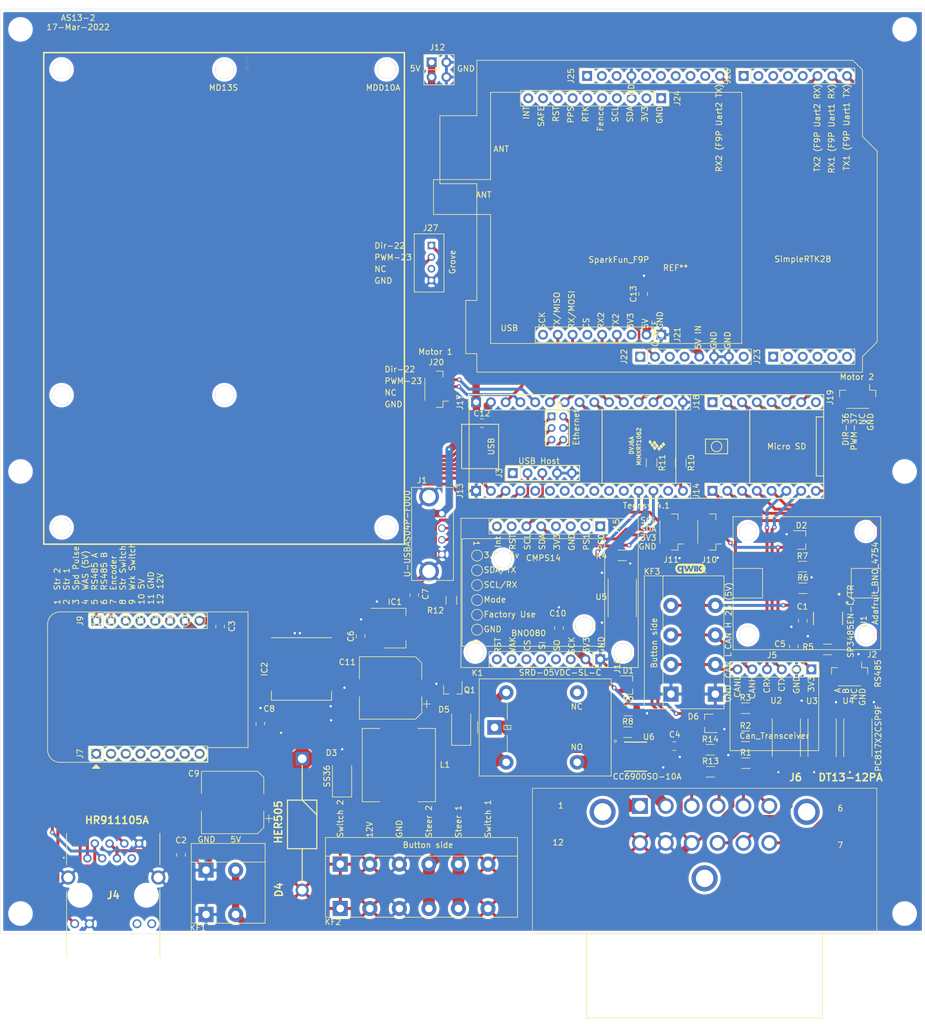
<source format=kicad_pcb>
(kicad_pcb (version 20171130) (host pcbnew "(5.1.12)-1")
  (layers (0 F.Cu signal) (31 B.Cu signal) (34 B.Paste user) (35 F.Paste user) (36 B.SilkS user) (37 F.SilkS user) (38 B.Mask user) (39 F.Mask user) (44 Edge.Cuts user))
  (net 0 "")
  (net 1 GND)
  (net 2 "Net-(C1-Pad1)")
  (net 3 "Net-(IC1-Pad4)")
  (net 4 "Net-(J10-Pad4)")
  (net 5 "Net-(J15-Pad2)")
  (net 6 "Net-(R3-Pad2)")
  (net 7 "Net-(J14-Pad8)")
  (net 8 "Net-(J14-Pad7)")
  (net 9 "Net-(J14-Pad6)")
  (net 10 "Net-(J14-Pad5)")
  (net 11 "Net-(J14-Pad4)")
  (net 12 "Net-(J14-Pad3)")
  (net 13 "Net-(J18-Pad3)")
  (net 14 "Net-(J20-Pad2)")
  (net 15 "Net-(J21-Pad3)")
  (net 16 "Net-(Q1-Pad1)")
  (net 17 "Net-(J22-Pad3)")
  (net 18 "Net-(C8-Pad1)")
  (net 19 "Net-(J21-Pad9)")
  (net 20 "Net-(J21-Pad6)")
  (net 21 "Net-(J22-Pad1)")
  (net 22 "Net-(J23-Pad3)")
  (net 23 "Net-(J3-Pad1)")
  (net 24 "Net-(J2-Pad2)")
  (net 25 "Net-(D3-Pad1)")
  (net 26 "Net-(J1-Pad3)")
  (net 27 "Net-(J1-Pad2)")
  (net 28 "Net-(J4-Pad6)")
  (net 29 "Net-(J4-Pad3)")
  (net 30 "Net-(R4-Pad2)")
  (net 31 "Net-(U6-Pad6)")
  (net 32 "Net-(D5-Pad2)")
  (net 33 "Net-(J10-Pad3)")
  (net 34 "Net-(J15-Pad8)")
  (net 35 "Net-(J15-Pad7)")
  (net 36 "Net-(J15-Pad4)")
  (net 37 "Net-(J15-Pad3)")
  (net 38 "Net-(J18-Pad6)")
  (net 39 "Net-(J22-Pad8)")
  (net 40 "Net-(J23-Pad5)")
  (net 41 "Net-(J23-Pad4)")
  (net 42 "Net-(J23-Pad2)")
  (net 43 "Net-(J23-Pad1)")
  (net 44 "Net-(J24-Pad3)")
  (net 45 "Net-(J13-Pad3)")
  (net 46 "Net-(J13-Pad2)")
  (net 47 "Net-(J25-Pad5)")
  (net 48 "Net-(KF2-Pad5)")
  (net 49 "Net-(J15-Pad1)")
  (net 50 "Net-(D4-Pad2)")
  (net 51 "Net-(J2-Pad4)")
  (net 52 "Net-(J2-Pad3)")
  (net 53 "Net-(J4-Pad12)")
  (net 54 "Net-(J4-Pad11)")
  (net 55 "Net-(J4-Pad9)")
  (net 56 "Net-(J4-Pad7)")
  (net 57 "Net-(J4-Pad2)")
  (net 58 "Net-(J4-Pad1)")
  (net 59 "Net-(J5-Pad6)")
  (net 60 "Net-(J5-Pad5)")
  (net 61 "Net-(J6-Pad12)")
  (net 62 "Net-(J6-Pad2)")
  (net 63 "Net-(J6-Pad1)")
  (net 64 "Net-(J7-Pad8)")
  (net 65 "Net-(J7-Pad7)")
  (net 66 "Net-(J7-Pad6)")
  (net 67 "Net-(J7-Pad5)")
  (net 68 "Net-(J7-Pad4)")
  (net 69 "Net-(J7-Pad3)")
  (net 70 "Net-(J7-Pad2)")
  (net 71 "Net-(J7-Pad1)")
  (net 72 "Net-(J9-Pad6)")
  (net 73 "Net-(J9-Pad5)")
  (net 74 "Net-(J9-Pad4)")
  (net 75 "Net-(J9-Pad3)")
  (net 76 "Net-(J13-Pad15)")
  (net 77 "Net-(J13-Pad14)")
  (net 78 "Net-(J13-Pad13)")
  (net 79 "Net-(J13-Pad11)")
  (net 80 "Net-(J13-Pad10)")
  (net 81 "Net-(J13-Pad9)")
  (net 82 "Net-(J13-Pad8)")
  (net 83 "Net-(J13-Pad7)")
  (net 84 "Net-(J13-Pad6)")
  (net 85 "Net-(J13-Pad5)")
  (net 86 "Net-(J13-Pad4)")
  (net 87 "Net-(J16-Pad8)")
  (net 88 "Net-(J16-Pad7)")
  (net 89 "Net-(J16-Pad6)")
  (net 90 "Net-(J16-Pad5)")
  (net 91 "Net-(J16-Pad4)")
  (net 92 "Net-(J16-Pad3)")
  (net 93 "Net-(J17-Pad14)")
  (net 94 "Net-(J17-Pad13)")
  (net 95 "Net-(J17-Pad12)")
  (net 96 "Net-(J17-Pad11)")
  (net 97 "Net-(J17-Pad10)")
  (net 98 "Net-(J17-Pad7)")
  (net 99 "Net-(J17-Pad6)")
  (net 100 "Net-(J17-Pad5)")
  (net 101 "Net-(J17-Pad4)")
  (net 102 "Net-(J17-Pad3)")
  (net 103 "Net-(J18-Pad8)")
  (net 104 "Net-(J18-Pad7)")
  (net 105 "Net-(J18-Pad5)")
  (net 106 "Net-(J18-Pad4)")
  (net 107 "Net-(J18-Pad2)")
  (net 108 "Net-(J18-Pad1)")
  (net 109 "Net-(J19-Pad2)")
  (net 110 "Net-(J22-Pad4)")
  (net 111 "Net-(J23-Pad6)")
  (net 112 "Net-(J24-Pad10)")
  (net 113 "Net-(J24-Pad9)")
  (net 114 "Net-(J24-Pad8)")
  (net 115 "Net-(J24-Pad7)")
  (net 116 "Net-(J24-Pad6)")
  (net 117 "Net-(J24-Pad5)")
  (net 118 "Net-(J24-Pad4)")
  (net 119 "Net-(J24-Pad2)")
  (net 120 "Net-(J24-Pad1)")
  (net 121 "Net-(J25-Pad9)")
  (net 122 "Net-(J25-Pad8)")
  (net 123 "Net-(J25-Pad7)")
  (net 124 "Net-(J25-Pad6)")
  (net 125 "Net-(J25-Pad3)")
  (net 126 "Net-(J25-Pad2)")
  (net 127 "Net-(J25-Pad1)")
  (net 128 "Net-(J26-Pad5)")
  (net 129 "Net-(J26-Pad4)")
  (net 130 "Net-(J26-Pad3)")
  (net 131 "Net-(J26-Pad2)")
  (net 132 "Net-(J26-Pad1)")
  (net 133 "Net-(J27-Pad3)")
  (net 134 "Net-(R1-Pad2)")
  (net 135 "Net-(R2-Pad2)")
  (net 136 "Net-(C2-Pad1)")
  (net 137 "Net-(C11-Pad1)")
  (net 138 "Net-(K1-Pad4)")
  (net 139 "Net-(J6-PadMH3)")
  (net 140 "Net-(J6-PadMH2)")
  (net 141 "Net-(J6-PadMH1)")
  (net 142 "Net-(J6-Pad9)")
  (net 143 "Net-(J6-Pad8)")
  (net 144 "Net-(J6-Pad7)")
  (net 145 "Net-(J6-Pad3)")
  (net 146 "Net-(KF3-Pad4)")
  (net 147 "Net-(J6-Pad4)")
  (net 148 "Net-(K1-Pad3)")
  (net 149 "Net-(D1-Pad3)")
  (net 150 "Net-(D2-Pad3)")
  (net 151 "Net-(D6-Pad3)")
  (net 152 "Net-(R8-Pad2)")
  (module Connector_PinSocket_2.54mm:PinSocket_2x02_P2.54mm_Vertical (layer F.Cu) (at 94.1832 29.1592 90)
    (fp_text reference J12 (at 2.5654 0.9906 180) (layer F.SilkS))
    (fp_text value Conn_02x02_Counter_Clockwise)
    (pad 4 thru_hole oval (at -2.54 2.54 90) (size 1.7 1.7) (drill 1) (layers *.Cu *.Mask) (net 1 GND))
    (pad 3 thru_hole oval (at 0 2.54 90) (size 1.7 1.7) (drill 1) (layers *.Cu *.Mask) (net 1 GND))
    (pad 2 thru_hole oval (at -2.54 0 90) (size 1.7 1.7) (drill 1) (layers *.Cu *.Mask) (net 137 "Net-(C11-Pad1)"))
    (pad 1 thru_hole rect (at 0 0 90) (size 1.7 1.7) (drill 1) (layers *.Cu *.Mask) (net 137 "Net-(C11-Pad1)"))
  )
  (module MyFootprints:HR911105A (layer F.Cu) (at 35 166 180)
    (fp_text reference J4 (at -4.45 -6.35) (layer F.SilkS) (effects (font (size 1.27 1.27) (thickness 0.254))))
    (fp_text value HR911105A (at -5.08 6.5532) (layer F.SilkS) (effects (font (size 1.27 1.27) (thickness 0.254))))
    (pad MH4 np_thru_hole circle (at -10.16 -6.35 180) (size 3.25 0) (drill 3.25) (layers *.Cu *.Mask))
    (pad MH3 np_thru_hole circle (at 1.27 -6.35 180) (size 3.25 0) (drill 3.25) (layers *.Cu *.Mask))
    (pad MH2 thru_hole circle (at -12.19 -3.3 180) (size 2.445 2.445) (drill 1.63) (layers *.Cu *.Mask) (net 1 GND))
    (pad MH1 thru_hole circle (at 3.3 -3.3 180) (size 2.445 2.445) (drill 1.63) (layers *.Cu *.Mask) (net 1 GND))
    (pad 12 thru_hole circle (at -11.07 -11.25 180) (size 1.53 1.53) (drill 1.02) (layers *.Cu *.Mask) (net 53 "Net-(J4-Pad12)"))
    (pad 11 thru_hole circle (at -8.53 -11.25 180) (size 1.53 1.53) (drill 1.02) (layers *.Cu *.Mask) (net 54 "Net-(J4-Pad11)"))
    (pad 10 thru_hole circle (at -0.36 -11.25 180) (size 1.53 1.53) (drill 1.02) (layers *.Cu *.Mask) (net 1 GND))
    (pad 9 thru_hole circle (at 2.18 -11.25 180) (size 1.53 1.53) (drill 1.02) (layers *.Cu *.Mask) (net 55 "Net-(J4-Pad9)"))
    (pad 8 thru_hole circle (at -8.89 2.54 180) (size 1.446 1.446) (drill 0.89) (layers *.Cu *.Mask) (net 1 GND))
    (pad 7 thru_hole circle (at -7.62 0 180) (size 1.446 1.446) (drill 0.89) (layers *.Cu *.Mask) (net 56 "Net-(J4-Pad7)"))
    (pad 6 thru_hole circle (at -6.35 2.54 180) (size 1.446 1.446) (drill 0.89) (layers *.Cu *.Mask) (net 28 "Net-(J4-Pad6)"))
    (pad 5 thru_hole circle (at -5.08 0 180) (size 1.446 1.446) (drill 0.89) (layers *.Cu *.Mask) (net 136 "Net-(C2-Pad1)"))
    (pad 4 thru_hole circle (at -3.81 2.54 180) (size 1.446 1.446) (drill 0.89) (layers *.Cu *.Mask) (net 136 "Net-(C2-Pad1)"))
    (pad 3 thru_hole circle (at -2.54 0 180) (size 1.446 1.446) (drill 0.89) (layers *.Cu *.Mask) (net 29 "Net-(J4-Pad3)"))
    (pad 2 thru_hole circle (at -1.27 2.54 180) (size 1.446 1.446) (drill 0.89) (layers *.Cu *.Mask) (net 57 "Net-(J4-Pad2)"))
    (pad 1 thru_hole circle (at 0 0 180) (size 1.446 1.446) (drill 0.89) (layers *.Cu *.Mask) (net 58 "Net-(J4-Pad1)"))
  )
  (module Resistor_SMD:R_1206_3216Metric (layer F.Cu) (at 97.575 121.65 90)
    (fp_text reference R12 (at -1.75 -2.725 180) (layer F.SilkS))
    (fp_text value 1K)
    (pad 2 smd roundrect (at 1.4625 0 90) (size 1.125 1.75) (layers F.Cu F.Paste F.Mask) (roundrect_rratio 0.2222213333333333) (net 86 "Net-(J13-Pad4)"))
    (pad 1 smd roundrect (at -1.4625 0 90) (size 1.125 1.75) (layers F.Cu F.Paste F.Mask) (roundrect_rratio 0.2222213333333333) (net 16 "Net-(Q1-Pad1)"))
  )
  (module Resistor_SMD:R_1206_3216Metric (layer F.Cu) (at 142.0876 147.3454)
    (fp_text reference R14 (at 0 -1.82) (layer F.SilkS))
    (fp_text value 2K)
    (pad 2 smd roundrect (at 1.4625 0) (size 1.125 1.75) (layers F.Cu F.Paste F.Mask) (roundrect_rratio 0.2222213333333333) (net 1 GND))
    (pad 1 smd roundrect (at -1.4625 0) (size 1.125 1.75) (layers F.Cu F.Paste F.Mask) (roundrect_rratio 0.2222213333333333) (net 151 "Net-(D6-Pad3)"))
  )
  (module Resistor_SMD:R_1206_3216Metric (layer F.Cu) (at 142.1384 151.13)
    (fp_text reference R13 (at 0 -1.82) (layer F.SilkS))
    (fp_text value 1K)
    (pad 2 smd roundrect (at 1.4625 0) (size 1.125 1.75) (layers F.Cu F.Paste F.Mask) (roundrect_rratio 0.2222213333333333) (net 147 "Net-(J6-Pad4)"))
    (pad 1 smd roundrect (at -1.4625 0) (size 1.125 1.75) (layers F.Cu F.Paste F.Mask) (roundrect_rratio 0.2222213333333333) (net 151 "Net-(D6-Pad3)"))
  )
  (module Resistor_SMD:R_1206_3216Metric (layer F.Cu) (at 127.9652 140.589)
    (fp_text reference R9 (at 0 -1.82) (layer F.SilkS))
    (fp_text value 2K)
    (pad 2 smd roundrect (at 1.4625 0) (size 1.125 1.75) (layers F.Cu F.Paste F.Mask) (roundrect_rratio 0.2222213333333333) (net 1 GND))
    (pad 1 smd roundrect (at -1.4625 0) (size 1.125 1.75) (layers F.Cu F.Paste F.Mask) (roundrect_rratio 0.2222213333333333) (net 149 "Net-(D1-Pad3)"))
  )
  (module Resistor_SMD:R_1206_3216Metric (layer F.Cu) (at 127.9144 144.3228)
    (fp_text reference R8 (at 0 -1.82) (layer F.SilkS))
    (fp_text value 1K)
    (pad 2 smd roundrect (at 1.4625 0) (size 1.125 1.75) (layers F.Cu F.Paste F.Mask) (roundrect_rratio 0.2222213333333333) (net 152 "Net-(R8-Pad2)"))
    (pad 1 smd roundrect (at -1.4625 0) (size 1.125 1.75) (layers F.Cu F.Paste F.Mask) (roundrect_rratio 0.2222213333333333) (net 149 "Net-(D1-Pad3)"))
  )
  (module Resistor_SMD:R_1206_3216Metric (layer F.Cu) (at 157.9372 115.8494)
    (fp_text reference R7 (at 0 -1.82) (layer F.SilkS))
    (fp_text value 2K)
    (pad 2 smd roundrect (at 1.4625 0) (size 1.125 1.75) (layers F.Cu F.Paste F.Mask) (roundrect_rratio 0.2222213333333333) (net 1 GND))
    (pad 1 smd roundrect (at -1.4625 0) (size 1.125 1.75) (layers F.Cu F.Paste F.Mask) (roundrect_rratio 0.2222213333333333) (net 150 "Net-(D2-Pad3)"))
  )
  (module Resistor_SMD:R_1206_3216Metric (layer F.Cu) (at 158.0134 119.5832)
    (fp_text reference R6 (at 0 -1.82) (layer F.SilkS))
    (fp_text value 1K)
    (pad 2 smd roundrect (at 1.4625 0) (size 1.125 1.75) (layers F.Cu F.Paste F.Mask) (roundrect_rratio 0.2222213333333333) (net 146 "Net-(KF3-Pad4)"))
    (pad 1 smd roundrect (at -1.4625 0) (size 1.125 1.75) (layers F.Cu F.Paste F.Mask) (roundrect_rratio 0.2222213333333333) (net 150 "Net-(D2-Pad3)"))
  )
  (module Package_TO_SOT_SMD:SOT-23 (layer F.Cu) (at 141.8844 142.7988 180)
    (fp_text reference D6 (at 2.7178 1.1684) (layer F.SilkS))
    (fp_text value BAV99)
    (pad 3 smd rect (at 1 0 180) (size 0.9 0.8) (layers F.Cu F.Paste F.Mask) (net 151 "Net-(D6-Pad3)"))
    (pad 2 smd rect (at -1 0.95 180) (size 0.9 0.8) (layers F.Cu F.Paste F.Mask) (net 2 "Net-(C1-Pad1)"))
    (pad 1 smd rect (at -1 -0.95 180) (size 0.9 0.8) (layers F.Cu F.Paste F.Mask) (net 1 GND))
  )
  (module Package_TO_SOT_SMD:SOT-23 (layer F.Cu) (at 157.7594 111.2774)
    (fp_text reference D2 (at 0 -2.5) (layer F.SilkS))
    (fp_text value BAV99)
    (pad 3 smd rect (at 1 0) (size 0.9 0.8) (layers F.Cu F.Paste F.Mask) (net 150 "Net-(D2-Pad3)"))
    (pad 2 smd rect (at -1 0.95) (size 0.9 0.8) (layers F.Cu F.Paste F.Mask) (net 2 "Net-(C1-Pad1)"))
    (pad 1 smd rect (at -1 -0.95) (size 0.9 0.8) (layers F.Cu F.Paste F.Mask) (net 1 GND))
  )
  (module Package_TO_SOT_SMD:SOT-23 (layer F.Cu) (at 127.9906 136.2202)
    (fp_text reference D1 (at 0 -2.5) (layer F.SilkS))
    (fp_text value BAV99)
    (pad 3 smd rect (at 1 0) (size 0.9 0.8) (layers F.Cu F.Paste F.Mask) (net 149 "Net-(D1-Pad3)"))
    (pad 2 smd rect (at -1 0.95) (size 0.9 0.8) (layers F.Cu F.Paste F.Mask) (net 2 "Net-(C1-Pad1)"))
    (pad 1 smd rect (at -1 -0.95) (size 0.9 0.8) (layers F.Cu F.Paste F.Mask) (net 1 GND))
  )
  (module MyFootprints:Adafruit_BNO (layer F.Cu) (at 145.9992 107.2792)
    (fp_text reference REF** hide)
    (fp_text value Adafruit_BNO_4754 (at 24.4348 11.4554 90) (layer F.SilkS))
    (pad 4 thru_hole circle (at 22.86 2.54) (size 2.999999 2.999999) (drill 2.999999) (layers *.Cu *.Mask))
    (pad 3 thru_hole circle (at 22.86 20.32) (size 2.999999 2.999999) (drill 2.999999) (layers *.Cu *.Mask))
    (pad 2 thru_hole circle (at 2.54 20.32) (size 2.999999 2.999999) (drill 2.999999) (layers *.Cu *.Mask))
    (pad 1 thru_hole circle (at 2.54 2.54) (size 2.999999 2.999999) (drill 2.999999) (layers *.Cu *.Mask))
  )
  (module MyFootprints:CMPS14_no_pins (layer F.Cu) (at 123.925 111.05 270)
    (fp_text reference M1)
    (fp_text value CMPS14 (at 3.325 10.5156) (layer F.SilkS))
    (fp_text user 6 (at 17.7292 22.0472 270 unlocked) (layer F.SilkS))
    (fp_text user 1 (at 0.8128 22.0472 270 unlocked) (layer F.SilkS))
    (fp_text user GND (at 15.571606 19.25301) (layer F.SilkS))
    (fp_text user "Factory Use" (at 13.024363 16.300629) (layer F.SilkS))
    (fp_text user Mode (at 10.47712 18.872057) (layer F.SilkS))
    (fp_text user SCL/RX (at 7.929877 17.895867) (layer F.SilkS))
    (fp_text user SDA/TX (at 5.382634 17.991105) (layer F.SilkS))
    (fp_text user 3.3v-5v (at 2.835391 17.7292) (layer F.SilkS))
    (pad 2 thru_hole circle (at 15 3.5 270) (size 3 3) (drill 3) (layers *.Cu *.Mask))
    (pad 1 thru_hole circle (at 3.5 17.5 270) (size 3 3) (drill 3) (layers *.Cu *.Mask))
  )
  (module MyFootprints:BNO080_Outline (layer F.Cu) (at 129.7 133.2 180)
    (fp_text reference REF**)
    (fp_text value BNO080 (at 18.85 5.9) (layer F.SilkS))
    (fp_text user RST (at 24.13 3.81 90) (layer F.SilkS))
    (fp_text user WAK (at 21.59 3.81 90) (layer F.SilkS))
    (fp_text user CS (at 19.05 3.81 90) (layer F.SilkS))
    (fp_text user SI (at 16.51 3.81 90) (layer F.SilkS))
    (fp_text user SO (at 13.97 3.81 90) (layer F.SilkS))
    (fp_text user SCK (at 11.43 3.81 90) (layer F.SilkS))
    (fp_text user 3V3 (at 8.89 3.81 90) (layer F.SilkS))
    (fp_text user GND (at 6.35 3.81 90) (layer F.SilkS))
    (fp_text user Int (at 24.13 21.59 90) (layer F.SilkS))
    (fp_text user RST (at 21.59 21.59 90) (layer F.SilkS))
    (fp_text user SCL (at 19.05 21.59 90) (layer F.SilkS))
    (fp_text user SDA (at 16.51 21.59 90) (layer F.SilkS))
    (fp_text user 3V3 (at 13.97 21.59 90) (layer F.SilkS))
    (fp_text user GND (at 11.43 21.59 90) (layer F.SilkS))
    (fp_text user PS1 (at 8.89 21.59 90) (layer F.SilkS))
    (fp_text user PS0 (at 6.35 21.59 90) (layer F.SilkS))
    (pad "" thru_hole circle (at 28.04 2.64 180) (size 3 3) (drill 3) (layers *.Cu *.Mask))
    (pad "" thru_hole circle (at 2.64 2.64 180) (size 3 3) (drill 3) (layers *.Cu *.Mask))
  )
  (module MyFootprints:DT1312PA (layer F.Cu) (at 130 157 270)
    (fp_text reference J6 (at -4.9 -26.75 180) (layer F.SilkS) (effects (font (size 1.27 1.27) (thickness 0.254))))
    (fp_text value DT13-12PA (at -4.9 -36.2 180) (layer F.SilkS) (effects (font (size 1.27 1.27) (thickness 0.254))))
    (pad MH3 thru_hole circle (at 1.02 -28.655 270) (size 4.485 4.485) (drill 2.99) (layers *.Cu *.Mask) (net 139 "Net-(J6-PadMH3)"))
    (pad MH2 thru_hole circle (at 12.45 -11.115 270) (size 4.485 4.485) (drill 2.99) (layers *.Cu *.Mask) (net 140 "Net-(J6-PadMH2)"))
    (pad MH1 thru_hole circle (at 1.02 6.425 270) (size 4.485 4.485) (drill 2.99) (layers *.Cu *.Mask) (net 141 "Net-(J6-PadMH1)"))
    (pad 12 thru_hole circle (at 6.35 0 270) (size 2.715 2.715) (drill 1.81) (layers *.Cu *.Mask) (net 61 "Net-(J6-Pad12)"))
    (pad 11 thru_hole circle (at 6.35 -4.445 270) (size 2.715 2.715) (drill 1.81) (layers *.Cu *.Mask) (net 1 GND))
    (pad 10 thru_hole circle (at 6.35 -8.89 270) (size 2.715 2.715) (drill 1.81) (layers *.Cu *.Mask) (net 137 "Net-(C11-Pad1)"))
    (pad 9 thru_hole circle (at 6.35 -13.34 270) (size 2.715 2.715) (drill 1.81) (layers *.Cu *.Mask) (net 142 "Net-(J6-Pad9)"))
    (pad 8 thru_hole circle (at 6.35 -17.785 270) (size 2.715 2.715) (drill 1.81) (layers *.Cu *.Mask) (net 143 "Net-(J6-Pad8)"))
    (pad 7 thru_hole circle (at 6.35 -22.23 270) (size 2.715 2.715) (drill 1.81) (layers *.Cu *.Mask) (net 144 "Net-(J6-Pad7)"))
    (pad 6 thru_hole circle (at 0 -22.23 270) (size 2.715 2.715) (drill 1.81) (layers *.Cu *.Mask) (net 52 "Net-(J2-Pad3)"))
    (pad 5 thru_hole circle (at 0 -17.785 270) (size 2.715 2.715) (drill 1.81) (layers *.Cu *.Mask) (net 51 "Net-(J2-Pad4)"))
    (pad 4 thru_hole circle (at 0 -13.34 270) (size 2.715 2.715) (drill 1.81) (layers *.Cu *.Mask) (net 147 "Net-(J6-Pad4)"))
    (pad 3 thru_hole circle (at 0 -8.89 270) (size 2.715 2.715) (drill 1.81) (layers *.Cu *.Mask) (net 145 "Net-(J6-Pad3)"))
    (pad 2 thru_hole circle (at 0 -4.445 270) (size 2.715 2.715) (drill 1.81) (layers *.Cu *.Mask) (net 62 "Net-(J6-Pad2)"))
    (pad 1 thru_hole rect (at 0 0 270) (size 2.715 2.715) (drill 1.81) (layers *.Cu *.Mask) (net 63 "Net-(J6-Pad1)"))
  )
  (module MyFootprints:Songle_SRD-05VDC-SL-C (layer F.Cu) (at 104.95 143.425)
    (fp_text reference K1 (at -2.8956 -9.2964 180) (layer F.SilkS))
    (fp_text value SRD-05VDC-SL-C (at 11.3284 -9.3472 180) (layer F.SilkS))
    (fp_text user NC (at 14.1833 -3.4798 180) (layer F.SilkS))
    (fp_text user NO (at 14.1833 3.4798 180) (layer F.SilkS))
    (pad 2 thru_hole oval (at 2.0508 -5.9238 90) (size 2.5 2.5) (drill 1.3) (layers *.Cu *.Mask) (net 32 "Net-(D5-Pad2)"))
    (pad 4 thru_hole oval (at 14.2508 -5.9238 90) (size 2.5 2.5) (drill 1.3) (layers *.Cu *.Mask) (net 138 "Net-(K1-Pad4)"))
    (pad 5 thru_hole oval (at 14.2508 6.0762 90) (size 2.5 2.5) (drill 1.3) (layers *.Cu *.Mask) (net 63 "Net-(J6-Pad1)"))
    (pad 1 thru_hole oval (at 2.0508 6.0762 90) (size 2.5 2.5) (drill 1.3) (layers *.Cu *.Mask) (net 137 "Net-(C11-Pad1)"))
    (pad 3 thru_hole rect (at 0.0508 0.0762 90) (size 2.5 2.5) (drill 1.3) (layers *.Cu *.Mask) (net 148 "Net-(K1-Pad3)"))
  )
  (module MyFootprints:KF142V-5.08-4P (layer F.Cu) (at 144.45 117.45 270)
    (fp_text reference KF3 (at -0.75 12.375 180) (layer F.SilkS))
    (fp_text value KF142V-5.0-4P)
    (fp_text user "Button side" (at 11.5316 12.0142 90) (layer F.SilkS))
    (pad 4 thru_hole circle (at 5.08 9.12 270) (size 2.6 2.6) (drill 1.3) (layers *.Cu *.Mask) (net 146 "Net-(KF3-Pad4)"))
    (pad 4 thru_hole circle (at 5.08 1.5 270) (size 2.6 2.6) (drill 1.3) (layers *.Cu *.Mask) (net 146 "Net-(KF3-Pad4)"))
    (pad 3 thru_hole circle (at 10.16 9.12 270) (size 2.6 2.6) (drill 1.3) (layers *.Cu *.Mask) (net 60 "Net-(J5-Pad5)"))
    (pad 3 thru_hole circle (at 10.16 1.5 270) (size 2.6 2.6) (drill 1.3) (layers *.Cu *.Mask) (net 60 "Net-(J5-Pad5)"))
    (pad 2 thru_hole circle (at 15.24 9.12 270) (size 2.6 2.6) (drill 1.3) (layers *.Cu *.Mask) (net 59 "Net-(J5-Pad6)"))
    (pad 2 thru_hole circle (at 15.24 1.5 270) (size 2.6 2.6) (drill 1.3) (layers *.Cu *.Mask) (net 59 "Net-(J5-Pad6)"))
    (pad 1 thru_hole rect (at 20.32 9.12 270) (size 2.6 2.6) (drill 1.3) (layers *.Cu *.Mask) (net 1 GND))
    (pad 1 thru_hole rect (at 20.32 1.5 270) (size 2.6 2.6) (drill 1.3) (layers *.Cu *.Mask) (net 1 GND))
  )
  (module Resistor_SMD:R_1206_3216Metric (layer F.Cu) (at 148.1416 140.1984)
    (fp_text reference R3 (at 0 -1.82) (layer F.SilkS))
    (fp_text value 200)
    (pad 2 smd roundrect (at 1.4625 0) (size 1.125 1.75) (layers F.Cu F.Paste F.Mask) (roundrect_rratio 0.2222213333333333) (net 6 "Net-(R3-Pad2)"))
    (pad 1 smd roundrect (at -1.4625 0) (size 1.125 1.75) (layers F.Cu F.Paste F.Mask) (roundrect_rratio 0.2222213333333333) (net 137 "Net-(C11-Pad1)"))
  )
  (module Resistor_SMD:R_1206_3216Metric (layer F.Cu) (at 148.1416 145.0244)
    (fp_text reference R2 (at 0 -1.82) (layer F.SilkS))
    (fp_text value 200)
    (pad 2 smd roundrect (at 1.4625 0) (size 1.125 1.75) (layers F.Cu F.Paste F.Mask) (roundrect_rratio 0.2222213333333333) (net 135 "Net-(R2-Pad2)"))
    (pad 1 smd roundrect (at -1.4625 0) (size 1.125 1.75) (layers F.Cu F.Paste F.Mask) (roundrect_rratio 0.2222213333333333) (net 137 "Net-(C11-Pad1)"))
  )
  (module Resistor_SMD:R_1206_3216Metric (layer F.Cu) (at 148.1924 149.6472)
    (fp_text reference R1 (at 0 -1.82) (layer F.SilkS))
    (fp_text value 200)
    (pad 2 smd roundrect (at 1.4625 0) (size 1.125 1.75) (layers F.Cu F.Paste F.Mask) (roundrect_rratio 0.2222213333333333) (net 134 "Net-(R1-Pad2)"))
    (pad 1 smd roundrect (at -1.4625 0) (size 1.125 1.75) (layers F.Cu F.Paste F.Mask) (roundrect_rratio 0.2222213333333333) (net 137 "Net-(C11-Pad1)"))
  )
  (module MyFootprints:1N5408 (layer F.Cu) (at 71.925 148.875 270)
    (fp_text reference D4 (at 22.55 4 90) (layer F.SilkS) (effects (font (size 1.27 1.27) (thickness 0.254))))
    (fp_text value HER505 (at 10.9 4.1 90) (layer F.SilkS) (effects (font (size 1.27 1.27) (thickness 0.254))))
    (pad 1 thru_hole rect (at 0 0 270) (size 2.25 2.25) (drill 1.5) (layers *.Cu *.Mask) (net 18 "Net-(C8-Pad1)"))
    (pad 2 thru_hole circle (at 22.6 0 270) (size 2.25 2.25) (drill 1.5) (layers *.Cu *.Mask) (net 50 "Net-(D4-Pad2)"))
  )
  (module Resistor_SMD:R_1206_3216Metric (layer F.Cu) (at 132 98 270)
    (fp_text reference R11 (at 0 -1.82 90) (layer F.SilkS))
    (fp_text value 2.2K)
    (pad 2 smd roundrect (at 1.4625 0 270) (size 1.125 1.75) (layers F.Cu F.Paste F.Mask) (roundrect_rratio 0.2222204444444444) (net 76 "Net-(J13-Pad15)"))
    (pad 1 smd roundrect (at -1.4625 0 270) (size 1.125 1.75) (layers F.Cu F.Paste F.Mask) (roundrect_rratio 0.2222204444444444) (net 4 "Net-(J10-Pad4)"))
  )
  (module Resistor_SMD:R_1206_3216Metric (layer F.Cu) (at 137 98 270)
    (fp_text reference R10 (at 0 -1.82 90) (layer F.SilkS))
    (fp_text value 2.2K)
    (pad 2 smd roundrect (at 1.4625 0 270) (size 1.125 1.75) (layers F.Cu F.Paste F.Mask) (roundrect_rratio 0.2222204444444444) (net 76 "Net-(J13-Pad15)"))
    (pad 1 smd roundrect (at -1.4625 0 270) (size 1.125 1.75) (layers F.Cu F.Paste F.Mask) (roundrect_rratio 0.2222204444444444) (net 33 "Net-(J10-Pad3)"))
  )
  (module Capacitor_SMD:C_0805_2012Metric (layer F.Cu) (at 51.1 165.4 270)
    (fp_text reference C2 (at -2.5 0 180) (layer F.SilkS))
    (fp_text value 0.1uF)
    (pad 2 smd roundrect (at 0.95 0 270) (size 1 1.45) (layers F.Cu F.Paste F.Mask) (net 1 GND))
    (pad 1 smd roundrect (at -0.95 0 270) (size 1 1.45) (layers F.Cu F.Paste F.Mask) (net 136 "Net-(C2-Pad1)"))
  )
  (module MyFootprints:Qwic_vertical (layer F.Cu) (at 166.0525 134.3429 180)
    (fp_text reference J2 (at -3.8481 3.3655) (layer F.SilkS))
    (fp_text value RS485)
    (pad MP smd roundrect (at 2.8 -1.2 180) (size 1.2 1.8) (layers F.Cu F.Paste F.Mask) (roundrect_rratio 0.2083325))
    (pad MP smd roundrect (at -2.8 -1.2 180) (size 1.2 1.8) (layers F.Cu F.Paste F.Mask) (roundrect_rratio 0.2083325))
    (pad 4 smd roundrect (at 1.5 1.325 180) (size 0.6 1.55) (layers F.Cu F.Paste F.Mask) (net 51 "Net-(J2-Pad4)"))
    (pad 3 smd roundrect (at 0.5 1.325 180) (size 0.6 1.55) (layers F.Cu F.Paste F.Mask) (net 52 "Net-(J2-Pad3)"))
    (pad 2 smd roundrect (at -0.5 1.325 180) (size 0.6 1.55) (layers F.Cu F.Paste F.Mask) (net 24 "Net-(J2-Pad2)"))
    (pad 1 smd roundrect (at -1.5 1.325 180) (size 0.6 1.55) (layers F.Cu F.Paste F.Mask) (net 1 GND))
  )
  (module MyFootprints:Can_Transceiver_no_pins (layer F.Cu) (at 160.7312 132.2474 270)
    (fp_text reference REF**)
    (fp_text value Can_Transceiver (at 12.7 7.62) (layer F.SilkS))
    (fp_text user 2 (at 1.2954 3.8354 90) (layer F.SilkS))
    (fp_text user CANL (at 4.286191 13.97 90) (layer F.SilkS))
    (fp_text user CANH (at 4.405238 11.43 90) (layer F.SilkS))
    (fp_text user CRX (at 3.905238 8.89 90) (layer F.SilkS))
    (fp_text user CTX (at 3.786191 6.35 90) (layer F.SilkS))
    (fp_text user GND (at 3.952857 3.81 90) (layer F.SilkS))
    (fp_text user 3V3 (at 3.81 1.27 90) (layer F.SilkS))
  )
  (module MountingHole:MountingHole_3.2mm_M3 (layer F.Cu) (at 175.5 99.5)
    (fp_text reference "  " (at 0 -4.2) (layer F.SilkS))
    (fp_text value " ")
    (pad 1 np_thru_hole circle (at 0 0) (size 3.2 3.2) (drill 3.2) (layers *.Cu *.Mask))
  )
  (module MountingHole:MountingHole_3.2mm_M3 (layer F.Cu) (at 23.5 99.5)
    (fp_text reference "  " (at 0 -4.2) (layer F.SilkS))
    (fp_text value " ")
    (pad 1 np_thru_hole circle (at 0 0) (size 3.2 3.2) (drill 3.2) (layers *.Cu *.Mask))
  )
  (module MountingHole:MountingHole_3.2mm_M3 (layer F.Cu) (at 23.5 23.5)
    (fp_text reference "  " (at 0 -4.2) (layer F.SilkS))
    (fp_text value " ")
    (pad 1 np_thru_hole circle (at 0 0) (size 3.2 3.2) (drill 3.2) (layers *.Cu *.Mask))
  )
  (module MountingHole:MountingHole_3.2mm_M3 (layer F.Cu) (at 175.5 23.5)
    (fp_text reference "  " (at 0 -4.2) (layer F.SilkS))
    (fp_text value " ")
    (pad 1 np_thru_hole circle (at 0 0) (size 3.2 3.2) (drill 3.2) (layers *.Cu *.Mask))
  )
  (module MountingHole:MountingHole_3.2mm_M3 (layer F.Cu) (at 175.5 175.5)
    (fp_text reference "  " (at 0 -4.2) (layer F.SilkS))
    (fp_text value " ")
    (pad 1 np_thru_hole circle (at 0 0) (size 3.2 3.2) (drill 3.2) (layers *.Cu *.Mask))
  )
  (module MountingHole:MountingHole_3.2mm_M3 (layer F.Cu) (at 23.5 175.5)
    (fp_text reference "  " (at 0 -4.2) (layer F.SilkS))
    (fp_text value " ")
    (pad 1 np_thru_hole circle (at 0 0) (size 3.2 3.2) (drill 3.2) (layers *.Cu *.Mask))
  )
  (module MyFootprints:QwiicLogo (layer F.Cu) (at 138.7 116.15)
    (fp_text reference G*** hide)
    (fp_text value LOGO hide)
  )
  (module MyFootprints:Teensy41_no_pins (layer F.Cu) (at 131.1 95.2)
    (fp_text reference -- (at -0.5334 -8.6868) (layer F.SilkS))
    (fp_text value "Teensy 4.1" (at 0 10.16) (layer F.SilkS))
    (fp_text user "USB Host" (at -18.4658 2.4892) (layer F.SilkS))
    (fp_text user Ethernet (at -12.065 -3.2766 90) (layer F.SilkS))
    (fp_text user USB (at -26.67 0 270) (layer F.SilkS))
    (fp_text user "Micro SD" (at 24.13 0) (layer F.SilkS))
    (fp_text user MIMXRT1062 (at -1.27 0 -90) (layer F.SilkS) (effects (font (size 0.7 0.7))))
    (fp_text user DVJ6A (at -2.54 -0.18 -90) (layer F.SilkS) (effects (font (size 0.7 0.7))))
  )
  (module MyFootprints:SF_F9P_SMA_No_Pins (layer F.Cu) (at 147.5 77.5 180)
    (fp_text reference REF**)
    (fp_text value SparkFun_F9P (at 21.1328 14.4018) (layer F.SilkS))
    (fp_text user ANT (at 44.3738 25.5486) (layer F.SilkS))
    (fp_text user INT (at 37.0332 39.674752 90) (layer F.SilkS))
    (fp_text user SAFE (at 34.487552 39.031895 90) (layer F.SilkS))
    (fp_text user RST (at 31.941908 39.460466 90) (layer F.SilkS))
    (fp_text user PPS (at 29.396264 39.341419 90) (layer F.SilkS))
    (fp_text user RTK (at 26.85062 39.436657 90) (layer F.SilkS))
    (fp_text user Fence (at 24.304976 38.650943 90) (layer F.SilkS))
    (fp_text user SCL (at 21.759332 39.436657 90) (layer F.SilkS))
    (fp_text user SDA (at 19.213688 39.412847 90) (layer F.SilkS))
    (fp_text user 3V3 (at 16.668044 39.436657 90) (layer F.SilkS))
    (fp_text user GND (at 14.1224 39.2938 90) (layer F.SilkS))
    (fp_text user SCK (at 34.3154 3.9624 90) (layer F.SilkS))
    (fp_text user TX/MISO (at 31.784925 5.676685 90) (layer F.SilkS))
    (fp_text user RX/MOSI (at 29.25445 5.795733 90) (layer F.SilkS))
    (fp_text user CS (at 26.723975 3.4624 90) (layer F.SilkS))
    (fp_text user RX2 (at 24.1935 3.93859 90) (layer F.SilkS))
    (fp_text user TX2 (at 21.663025 3.819543 90) (layer F.SilkS))
    (fp_text user 3V3 (at 19.13255 3.867162 90) (layer F.SilkS))
    (fp_text user 5V (at 16.602075 3.390971 90) (layer F.SilkS))
    (fp_text user GND (at 14.0716 4.010019 90) (layer F.SilkS))
  )
  (module MyFootprints:SimpleRTK2B_no_pins (layer F.Cu) (at 170 79.75 180)
    (fp_text reference REF** (at 33.8836 15.24 180) (layer F.SilkS))
    (fp_text value SimpleRTK2B (at 12 16.75) (layer F.SilkS))
    (fp_text user ANT (at 63.8556 35.687) (layer F.SilkS))
    (fp_text user USB (at 62.4586 4.9022) (layer F.SilkS))
    (fp_text user "IO REF" (at 37.3888 3.7338 90) (layer F.SilkS))
    (fp_text user "5V IN" (at 29.9974 3.333809 90) (layer F.SilkS))
    (fp_text user GND (at 27.3304 2.81 90) (layer F.SilkS))
    (fp_text user GND (at 24.9428 2.81 90) (layer F.SilkS))
    (fp_text user GND (at 41.4782 45.3644 90) (layer F.SilkS))
    (fp_text user "RX2 (F9P Uart2 TX)" (at 26.416 39.316781 90) (layer F.SilkS))
    (fp_text user "TX2 (F9P Uart2 RX)" (at 9.525 39.316781 270) (layer F.SilkS))
    (fp_text user "RX1 (F9P Uart1 RX)" (at 7.0612 39.197733 90) (layer F.SilkS))
    (fp_text user "TX1 (F9P Uart1 TX)" (at 4.4704 39.435828 270) (layer F.SilkS))
  )
  (module MyFootprints:MDD10A_Outline (layer F.Cu) (at 27.5 27.5 270)
    (fp_text reference REF** (at 1.905 -35.052 90) (layer F.SilkS) (effects (font (size 0.6 0.6) (thickness 0.015))))
    (fp_text value MDD10A (at 6.025 -58.35 180) (layer F.SilkS))
    (fp_text user MD13S (at 6.025 -30.9 180) (layer F.SilkS))
    (pad 8 thru_hole circle (at 2.88 -31.06 270) (size 3.2 3.2) (drill 3.2) (layers *.Cu *.Mask))
    (pad 8 thru_hole circle (at 58.88 -31.06 270) (size 3.2 3.2) (drill 3.2) (layers *.Cu *.Mask))
    (pad 8 thru_hole circle (at 58.88 -3.06 270) (size 3.2 3.2) (drill 3.2) (layers *.Cu *.Mask))
    (pad 8 thru_hole circle (at 2.88 -3.06 270) (size 3.2 3.2) (drill 3.2) (layers *.Cu *.Mask))
    (pad 8 thru_hole circle (at 2.88 -58.94 270) (size 3.2 3.2) (drill 3.2) (layers *.Cu *.Mask))
    (pad 8 thru_hole circle (at 81.62 -58.94 270) (size 3.2 3.2) (drill 3.2) (layers *.Cu *.Mask))
    (pad 8 thru_hole circle (at 81.62 -3.06 270) (size 3.2 3.2) (drill 3.2) (layers *.Cu *.Mask))
  )
  (module MyFootprints:WEMOS_D1_mini_light_no_pins (layer F.Cu) (at 36.5 148 90)
    (fp_text reference REF**)
    (fp_text value WEMOS_D1_mini_light_no_pins)
    (fp_text user 16 (at 22.8346 0.0508 90) (layer F.SilkS))
    (fp_text user 1 (at 0.0762 -0.0508 90) (layer F.SilkS))
    (fp_text user 9 (at 22.9616 17.8308 90) (layer F.SilkS))
    (fp_text user 10 (at 22.9108 15.3416 90) (layer F.SilkS))
    (fp_text user 11 (at 23.0124 12.6746 90) (layer F.SilkS))
    (fp_text user 12 (at 23.0632 10.1346 90) (layer F.SilkS))
    (fp_text user 13 (at 23.0124 7.6454 90) (layer F.SilkS))
    (fp_text user 14 (at 23.0124 5.1816 90) (layer F.SilkS))
    (fp_text user 15 (at 22.86 2.5654 90) (layer F.SilkS))
    (fp_text user 8 (at 0 17.8308 90) (layer F.SilkS))
    (fp_text user 7 (at 0 15.3416 90) (layer F.SilkS))
    (fp_text user 6 (at 0 12.7254 90) (layer F.SilkS))
    (fp_text user 5 (at 0 10.1854 90) (layer F.SilkS))
    (fp_text user 4 (at 0 7.7216 90) (layer F.SilkS))
    (fp_text user 3 (at 0.0254 5.207 90) (layer F.SilkS))
    (fp_text user 2 (at 0.0254 2.5908 90) (layer F.SilkS))
  )
  (module Connector_PinSocket_2.54mm:PinSocket_1x06_P2.54mm_Vertical (layer F.Cu) (at 159.4612 133.5174 270)
    (fp_text reference J5 (at -2.4384 6.7564 180) (layer F.SilkS))
    (fp_text value PM254V-11-06-H85)
    (pad 6 thru_hole oval (at 0 12.7 270) (size 1.7 1.7) (drill 1) (layers *.Cu *.Mask) (net 59 "Net-(J5-Pad6)"))
    (pad 5 thru_hole oval (at 0 10.16 270) (size 1.7 1.7) (drill 1) (layers *.Cu *.Mask) (net 60 "Net-(J5-Pad5)"))
    (pad 4 thru_hole oval (at 0 7.62 270) (size 1.7 1.7) (drill 1) (layers *.Cu *.Mask) (net 9 "Net-(J14-Pad6)"))
    (pad 3 thru_hole oval (at 0 5.08 270) (size 1.7 1.7) (drill 1) (layers *.Cu *.Mask) (net 8 "Net-(J14-Pad7)"))
    (pad 2 thru_hole oval (at 0 2.54 270) (size 1.7 1.7) (drill 1) (layers *.Cu *.Mask) (net 1 GND))
    (pad 1 thru_hole rect (at 0 0 270) (size 1.7 1.7) (drill 1) (layers *.Cu *.Mask) (net 2 "Net-(C1-Pad1)"))
  )
  (module Capacitor_SMD:C_0805_2012Metric (layer F.Cu) (at 156.464 129.5804 90)
    (fp_text reference C5 (at 0.4304 -2.389 180) (layer F.SilkS))
    (fp_text value 0.1uF)
    (pad 2 smd roundrect (at 0.95 0 90) (size 1 1.45) (layers F.Cu F.Paste F.Mask) (net 1 GND))
    (pad 1 smd roundrect (at -0.95 0 90) (size 1 1.45) (layers F.Cu F.Paste F.Mask) (net 2 "Net-(C1-Pad1)"))
  )
  (module MyFootprints:U-USBAS04P-F000 (layer F.Cu) (at 95.9358 106.7458 270)
    (fp_text reference J1 (at -5.715 3.4036 180) (layer F.SilkS))
    (fp_text value U-USBAS04P-F000 (at 3.4544 5.9436 90) (layer F.SilkS))
    (pad 6 thru_hole circle (at 9.925 2.2 270) (size 3.4 3.4) (drill 2.3) (layers *.Cu *.Mask) (net 1 GND))
    (pad 5 thru_hole circle (at -2.925 2.2 90) (size 3.4 3.4) (drill 2.3) (layers *.Cu *.Mask) (net 1 GND))
    (pad 4 thru_hole circle (at 7 0 270) (size 1.3 1.3) (drill 0.92) (layers *.Cu *.Mask) (net 1 GND))
    (pad 3 thru_hole circle (at 4.5 0 270) (size 1.3 1.3) (drill 0.92) (layers *.Cu *.Mask) (net 26 "Net-(J1-Pad3)"))
    (pad 2 thru_hole circle (at 2.5 0 270) (size 1.3 1.3) (drill 0.92) (layers *.Cu *.Mask) (net 27 "Net-(J1-Pad2)"))
    (pad 1 thru_hole rect (at 0 0 270) (size 1.3 1.3) (drill 0.92) (layers *.Cu *.Mask) (net 137 "Net-(C11-Pad1)"))
  )
  (module MyFootprints:KF142V-5.08-2P (layer F.Cu) (at 65.5622 177.1546 180)
    (fp_text reference KF1 (at 11.557 -0.8128) (layer F.SilkS))
    (fp_text value KF142V-5.0-2P)
    (pad 2 thru_hole circle (at 5.08 9.12 180) (size 2.6 2.6) (drill 1.3) (layers *.Cu *.Mask) (net 137 "Net-(C11-Pad1)"))
    (pad 2 thru_hole circle (at 5.08 1.5 180) (size 2.6 2.6) (drill 1.3) (layers *.Cu *.Mask) (net 137 "Net-(C11-Pad1)"))
    (pad 1 thru_hole rect (at 10.16 9.12 180) (size 2.6 2.6) (drill 1.3) (layers *.Cu *.Mask) (net 1 GND))
    (pad 1 thru_hole rect (at 10.16 1.5 180) (size 2.6 2.6) (drill 1.3) (layers *.Cu *.Mask) (net 1 GND))
  )
  (module Connector_PinSocket_2.54mm:PinSocket_1x08_P2.54mm_Vertical (layer F.Cu) (at 142.4686 87.5942 90)
    (fp_text reference J18 (at 0 -2.77 90) (layer F.SilkS))
    (fp_text value Conn_01x08_Female)
    (pad 8 thru_hole oval (at 0 17.78 90) (size 1.7 1.7) (drill 1) (layers *.Cu *.Mask) (net 103 "Net-(J18-Pad8)"))
    (pad 7 thru_hole oval (at 0 15.24 90) (size 1.7 1.7) (drill 1) (layers *.Cu *.Mask) (net 104 "Net-(J18-Pad7)"))
    (pad 6 thru_hole oval (at 0 12.7 90) (size 1.7 1.7) (drill 1) (layers *.Cu *.Mask) (net 38 "Net-(J18-Pad6)"))
    (pad 5 thru_hole oval (at 0 10.16 90) (size 1.7 1.7) (drill 1) (layers *.Cu *.Mask) (net 105 "Net-(J18-Pad5)"))
    (pad 4 thru_hole oval (at 0 7.62 90) (size 1.7 1.7) (drill 1) (layers *.Cu *.Mask) (net 106 "Net-(J18-Pad4)"))
    (pad 3 thru_hole oval (at 0 5.08 90) (size 1.7 1.7) (drill 1) (layers *.Cu *.Mask) (net 13 "Net-(J18-Pad3)"))
    (pad 2 thru_hole oval (at 0 2.54 90) (size 1.7 1.7) (drill 1) (layers *.Cu *.Mask) (net 107 "Net-(J18-Pad2)"))
    (pad 1 thru_hole rect (at 0 0 90) (size 1.7 1.7) (drill 1) (layers *.Cu *.Mask) (net 108 "Net-(J18-Pad1)"))
  )
  (module Connector_PinHeader_2.54mm:PinHeader_1x05_P2.54mm_Vertical (layer F.Cu) (at 108.1278 99.7834 90)
    (fp_text reference J3 (at 0 -2.33 90) (layer F.SilkS))
    (fp_text value Teensy_USBhost)
    (pad 5 thru_hole oval (at 0 10.16 90) (size 1.7 1.7) (drill 1) (layers *.Cu *.Mask) (net 1 GND))
    (pad 4 thru_hole oval (at 0 7.62 90) (size 1.7 1.7) (drill 1) (layers *.Cu *.Mask) (net 1 GND))
    (pad 3 thru_hole oval (at 0 5.08 90) (size 1.7 1.7) (drill 1) (layers *.Cu *.Mask) (net 26 "Net-(J1-Pad3)"))
    (pad 2 thru_hole oval (at 0 2.54 90) (size 1.7 1.7) (drill 1) (layers *.Cu *.Mask) (net 27 "Net-(J1-Pad2)"))
    (pad 1 thru_hole rect (at 0 0 90) (size 1.7 1.7) (drill 1) (layers *.Cu *.Mask) (net 23 "Net-(J3-Pad1)"))
  )
  (module "MyFootprints:SMA(DO-214AC)" (layer F.Cu) (at 78.779 152.0552 90)
    (fp_text reference D3 (at 4.1802 -1.829 180) (layer F.SilkS))
    (fp_text value SS36 (at 0.1778 -2.5908 90) (layer F.SilkS))
    (pad 2 smd rect (at 2 0 90) (size 1.8 1.8) (layers F.Cu F.Paste F.Mask) (net 1 GND))
    (pad 1 smd rect (at -2 0 90) (size 1.8 1.8) (layers F.Cu F.Paste F.Mask) (net 25 "Net-(D3-Pad1)"))
  )
  (module MyFootprints:Maxim_Integrated-S8-2-0-P-MFG (layer F.Cu) (at 162.33016 124.76242 270)
    (fp_text reference U1 (at 0.4826 -6.1214 90) (layer F.SilkS))
    (fp_text value SP3485EN-L/TR (at 0.49998 -3.88744 90) (layer F.SilkS))
    (fp_text user * (at -2.719 -3.5888 90) (layer F.SilkS))
    (pad 8 smd rect (at 2.465 -1.905 270) (size 1.98 0.53) (layers F.Cu F.Paste F.Mask) (net 2 "Net-(C1-Pad1)"))
    (pad 7 smd rect (at 2.465 -0.635 270) (size 1.98 0.53) (layers F.Cu F.Paste F.Mask) (net 52 "Net-(J2-Pad3)"))
    (pad 6 smd rect (at 2.465 0.635 270) (size 1.98 0.53) (layers F.Cu F.Paste F.Mask) (net 51 "Net-(J2-Pad4)"))
    (pad 5 smd rect (at 2.465 1.905 270) (size 1.98 0.53) (layers F.Cu F.Paste F.Mask) (net 1 GND))
    (pad 4 smd rect (at -2.465 1.905 270) (size 1.98 0.53) (layers F.Cu F.Paste F.Mask) (net 10 "Net-(J14-Pad5)"))
    (pad 3 smd rect (at -2.465 0.635 270) (size 1.98 0.53) (layers F.Cu F.Paste F.Mask) (net 12 "Net-(J14-Pad3)"))
    (pad 2 smd rect (at -2.465 -0.635 270) (size 1.98 0.53) (layers F.Cu F.Paste F.Mask) (net 12 "Net-(J14-Pad3)"))
    (pad 1 smd rect (at -2.465 -1.905 270) (size 1.98 0.53) (layers F.Cu F.Paste F.Mask) (net 11 "Net-(J14-Pad4)"))
  )
  (module Capacitor_SMD:C_0805_2012Metric (layer F.Cu) (at 81.9658 127.8278 90)
    (fp_text reference C6 (at 0 -1.68 90) (layer F.SilkS))
    (fp_text value 10uF)
    (pad 2 smd roundrect (at 0.95 0 90) (size 1 1.45) (layers F.Cu F.Paste F.Mask) (net 1 GND))
    (pad 1 smd roundrect (at -0.95 0 90) (size 1 1.45) (layers F.Cu F.Paste F.Mask) (net 137 "Net-(C11-Pad1)"))
  )
  (module Diode_SMD:D_SMA (layer F.Cu) (at 99.26066 143.18464 90)
    (fp_text reference D5 (at 2.75964 -2.96066 180) (layer F.SilkS))
    (fp_text value 1N4007)
    (pad 2 smd rect (at 2 0 90) (size 2.5 1.8) (layers F.Cu F.Paste F.Mask) (net 32 "Net-(D5-Pad2)"))
    (pad 1 smd rect (at -2 0 90) (size 2.5 1.8) (layers F.Cu F.Paste F.Mask) (net 137 "Net-(C11-Pad1)"))
  )
  (module Package_TO_SOT_SMD:SOT-223 (layer F.Cu) (at 87.8586 126.4308)
    (fp_text reference IC1 (at 0 -4.5) (layer F.SilkS))
    (fp_text value AZ1117)
    (pad 1 smd rect (at -3.15 -2.3) (size 2 1.5) (layers F.Cu F.Paste F.Mask) (net 1 GND))
    (pad 3 smd rect (at -3.15 2.3) (size 2 1.5) (layers F.Cu F.Paste F.Mask) (net 137 "Net-(C11-Pad1)"))
    (pad 2 smd rect (at -3.15 0) (size 2 1.5) (layers F.Cu F.Paste F.Mask) (net 2 "Net-(C1-Pad1)"))
    (pad 4 smd rect (at 3.15 0) (size 2 3.8) (layers F.Cu F.Paste F.Mask) (net 3 "Net-(IC1-Pad4)"))
  )
  (module MyFootprints:TO263-5L (layer F.Cu) (at 71.8 136.125 90)
    (fp_text reference IC2 (at 2.6416 -6.35508 90) (layer F.SilkS))
    (fp_text value XL2596)
    (pad 6 smd rect (at 3.5 0 90) (size 8.46 10.53) (layers F.Cu F.Mask) (net 1 GND))
    (pad 5 smd rect (at -6.13 3.4 90) (size 3.21 1.05) (layers F.Cu F.Paste F.Mask) (net 1 GND))
    (pad 4 smd rect (at -6.13 1.7 90) (size 3.21 1.05) (layers F.Cu F.Paste F.Mask) (net 137 "Net-(C11-Pad1)"))
    (pad 3 smd rect (at -6.13 0 90) (size 3.21 1.05) (layers F.Cu F.Paste F.Mask) (net 1 GND))
    (pad 2 smd rect (at -6.13 -1.7 90) (size 3.21 1.05) (layers F.Cu F.Paste F.Mask) (net 25 "Net-(D3-Pad1)"))
    (pad 1 smd rect (at -6.13 -3.4 90) (size 3.21 1.05) (layers F.Cu F.Paste F.Mask) (net 18 "Net-(C8-Pad1)"))
  )
  (module Capacitor_SMD:C_0805_2012Metric (layer F.Cu) (at 64.725 142.85 90)
    (fp_text reference C8 (at 2.55 1.525 180) (layer F.SilkS))
    (fp_text value 1uF)
    (pad 2 smd roundrect (at 0.95 0 90) (size 1 1.45) (layers F.Cu F.Paste F.Mask) (net 1 GND))
    (pad 1 smd roundrect (at -0.95 0 90) (size 1 1.45) (layers F.Cu F.Paste F.Mask) (net 18 "Net-(C8-Pad1)"))
  )
  (module MyFootprints:TMPA1265SP-101MN-D (layer F.Cu) (at 88.5444 149.9766 90)
    (fp_text reference L1 (at 0.0762 7.9248 180) (layer F.SilkS))
    (fp_text value SMDRI127-330MT)
    (pad 2 smd rect (at 4.95 0 90) (size 2.9 5.4) (layers F.Cu F.Paste F.Mask) (net 137 "Net-(C11-Pad1)"))
    (pad 1 smd rect (at -4.95 0 90) (size 2.9 5.4) (layers F.Cu F.Paste F.Mask) (net 25 "Net-(D3-Pad1)"))
  )
  (module Capacitor_SMD:CP_Elec_10x10.5 (layer F.Cu) (at 87.122 136.7178 180)
    (fp_text reference C11 (at 7.4422 4.445) (layer F.SilkS))
    (fp_text value 330uF)
    (pad 2 smd roundrect (at 4.2 0 180) (size 4.4 2.5) (layers F.Cu F.Paste F.Mask) (roundrect_rratio 0.1) (net 1 GND))
    (pad 1 smd roundrect (at -4.2 0 180) (size 4.4 2.5) (layers F.Cu F.Paste F.Mask) (roundrect_rratio 0.1) (net 137 "Net-(C11-Pad1)"))
  )
  (module Capacitor_SMD:CP_Elec_10x10.5 (layer F.Cu) (at 59.9694 156.4028 180)
    (fp_text reference C9 (at 6.6802 4.9784) (layer F.SilkS))
    (fp_text value 470uF)
    (pad 2 smd roundrect (at 4.2 0 180) (size 4.4 2.5) (layers F.Cu F.Paste F.Mask) (roundrect_rratio 0.1) (net 1 GND))
    (pad 1 smd roundrect (at -4.2 0 180) (size 4.4 2.5) (layers F.Cu F.Paste F.Mask) (roundrect_rratio 0.1) (net 18 "Net-(C8-Pad1)"))
  )
  (module Resistor_SMD:R_1206_3216Metric (layer F.Cu) (at 126.95 113.925)
    (fp_text reference R4 (at -3.575 0.075) (layer F.SilkS))
    (fp_text value 100)
    (pad 2 smd roundrect (at 1.4625 0) (size 1.125 1.75) (layers F.Cu F.Paste F.Mask) (roundrect_rratio 0.2222204444444444) (net 30 "Net-(R4-Pad2)"))
    (pad 1 smd roundrect (at -1.4625 0) (size 1.125 1.75) (layers F.Cu F.Paste F.Mask) (roundrect_rratio 0.2222204444444444) (net 78 "Net-(J13-Pad13)"))
  )
  (module Resistor_SMD:R_1206_3216Metric (layer F.Cu) (at 162.2552 130.09856 180)
    (fp_text reference R5 (at 3.3528 0.44196) (layer F.SilkS))
    (fp_text value 120)
    (pad 2 smd roundrect (at 1.4625 0 180) (size 1.125 1.75) (layers F.Cu F.Paste F.Mask) (roundrect_rratio 0.2222204444444444) (net 51 "Net-(J2-Pad4)"))
    (pad 1 smd roundrect (at -1.4625 0 180) (size 1.125 1.75) (layers F.Cu F.Paste F.Mask) (roundrect_rratio 0.2222204444444444) (net 52 "Net-(J2-Pad3)"))
  )
  (module MyFootprints:SOIC254P960X420-4N (layer F.Cu) (at 126.95 121.25 270)
    (fp_text reference U5 (at -0.175 3.6 180) (layer F.SilkS))
    (fp_text value PC817X2CSP9F)
    (pad 4 smd roundrect (at 4.28 -1.27 270) (size 2.15 1.48) (layers F.Cu F.Paste F.Mask) (roundrect_rratio 0.18) (net 145 "Net-(J6-Pad3)"))
    (pad 3 smd roundrect (at 4.28 1.27 270) (size 2.15 1.48) (layers F.Cu F.Paste F.Mask) (roundrect_rratio 0.18) (net 1 GND))
    (pad 2 smd roundrect (at -4.28 1.27 270) (size 2.15 1.48) (layers F.Cu F.Paste F.Mask) (roundrect_rratio 0.18) (net 1 GND))
    (pad 1 smd roundrect (at -4.28 -1.27 270) (size 2.15 1.48) (layers F.Cu F.Paste F.Mask) (roundrect_rratio 0.18) (net 30 "Net-(R4-Pad2)"))
  )
  (module Capacitor_SMD:C_0805_2012Metric (layer F.Cu) (at 135.9 146.725)
    (fp_text reference C4 (at 0.075 -2) (layer F.SilkS))
    (fp_text value 0.1uF)
    (pad 2 smd roundrect (at 0.95 0) (size 1 1.45) (layers F.Cu F.Paste F.Mask) (net 1 GND))
    (pad 1 smd roundrect (at -0.95 0) (size 1 1.45) (layers F.Cu F.Paste F.Mask) (net 137 "Net-(C11-Pad1)"))
  )
  (module Connector_PinSocket_2.54mm:PinSocket_1x08_P2.54mm_Vertical (layer F.Cu) (at 36.515 125.1794 90)
    (fp_text reference J9 (at 0 -2.77 90) (layer F.SilkS))
    (fp_text value WemosD1_right)
    (pad 8 thru_hole oval (at 0 17.78 90) (size 1.7 1.7) (drill 1) (layers *.Cu *.Mask) (net 137 "Net-(C11-Pad1)"))
    (pad 7 thru_hole oval (at 0 15.24 90) (size 1.7 1.7) (drill 1) (layers *.Cu *.Mask) (net 1 GND))
    (pad 6 thru_hole oval (at 0 12.7 90) (size 1.7 1.7) (drill 1) (layers *.Cu *.Mask) (net 72 "Net-(J9-Pad6)"))
    (pad 5 thru_hole oval (at 0 10.16 90) (size 1.7 1.7) (drill 1) (layers *.Cu *.Mask) (net 73 "Net-(J9-Pad5)"))
    (pad 4 thru_hole oval (at 0 7.62 90) (size 1.7 1.7) (drill 1) (layers *.Cu *.Mask) (net 74 "Net-(J9-Pad4)"))
    (pad 3 thru_hole oval (at 0 5.08 90) (size 1.7 1.7) (drill 1) (layers *.Cu *.Mask) (net 75 "Net-(J9-Pad3)"))
    (pad 2 thru_hole oval (at 0 2.54 90) (size 1.7 1.7) (drill 1) (layers *.Cu *.Mask) (net 45 "Net-(J13-Pad3)"))
    (pad 1 thru_hole rect (at 0 0 90) (size 1.7 1.7) (drill 1) (layers *.Cu *.Mask) (net 46 "Net-(J13-Pad2)"))
  )
  (module Connector_PinSocket_2.54mm:PinSocket_1x08_P2.54mm_Vertical (layer F.Cu) (at 36.515 148.0394 90)
    (fp_text reference J7 (at 0 -2.77 90) (layer F.SilkS))
    (fp_text value WemosD1_left)
    (pad 8 thru_hole oval (at 0 17.78 90) (size 1.7 1.7) (drill 1) (layers *.Cu *.Mask) (net 64 "Net-(J7-Pad8)"))
    (pad 7 thru_hole oval (at 0 15.24 90) (size 1.7 1.7) (drill 1) (layers *.Cu *.Mask) (net 65 "Net-(J7-Pad7)"))
    (pad 6 thru_hole oval (at 0 12.7 90) (size 1.7 1.7) (drill 1) (layers *.Cu *.Mask) (net 66 "Net-(J7-Pad6)"))
    (pad 5 thru_hole oval (at 0 10.16 90) (size 1.7 1.7) (drill 1) (layers *.Cu *.Mask) (net 67 "Net-(J7-Pad5)"))
    (pad 4 thru_hole oval (at 0 7.62 90) (size 1.7 1.7) (drill 1) (layers *.Cu *.Mask) (net 68 "Net-(J7-Pad4)"))
    (pad 3 thru_hole oval (at 0 5.08 90) (size 1.7 1.7) (drill 1) (layers *.Cu *.Mask) (net 69 "Net-(J7-Pad3)"))
    (pad 2 thru_hole oval (at 0 2.54 90) (size 1.7 1.7) (drill 1) (layers *.Cu *.Mask) (net 70 "Net-(J7-Pad2)"))
    (pad 1 thru_hole rect (at 0 0 90) (size 1.7 1.7) (drill 1) (layers *.Cu *.Mask) (net 71 "Net-(J7-Pad1)"))
  )
  (module Capacitor_SMD:C_0805_2012Metric (layer F.Cu) (at 57.8104 126.1514 270)
    (fp_text reference C3 (at -0.0508 -2.032 90) (layer F.SilkS))
    (fp_text value 0.1uF)
    (pad 2 smd roundrect (at 0.95 0 270) (size 1 1.45) (layers F.Cu F.Paste F.Mask) (net 1 GND))
    (pad 1 smd roundrect (at -0.95 0 270) (size 1 1.45) (layers F.Cu F.Paste F.Mask) (net 137 "Net-(C11-Pad1)"))
  )
  (module MyFootprints:SOIC127P600X175-8N (layer F.Cu) (at 129.25 148.525)
    (fp_text reference U6 (at 2.275 -3.4) (layer F.SilkS))
    (fp_text value CC6900SO-10A (at 1.975 3.425 180) (layer F.SilkS))
    (pad 5 smd rect (at 2.7 1.905) (size 1.55 0.6) (layers F.Cu F.Paste F.Mask) (net 1 GND))
    (pad 6 smd rect (at 2.7 0.635) (size 1.55 0.6) (layers F.Cu F.Paste F.Mask) (net 31 "Net-(U6-Pad6)"))
    (pad 8 smd rect (at 2.7 -1.905) (size 1.55 0.6) (layers F.Cu F.Paste F.Mask) (net 137 "Net-(C11-Pad1)"))
    (pad 4 smd rect (at -2.7 1.905 180) (size 1.55 0.6) (layers F.Cu F.Paste F.Mask) (net 62 "Net-(J6-Pad2)"))
    (pad 3 smd rect (at -2.7 0.635) (size 1.55 0.6) (layers F.Cu F.Paste F.Mask) (net 62 "Net-(J6-Pad2)"))
    (pad 1 smd rect (at -2.7 -1.905) (size 1.55 0.6) (layers F.Cu F.Paste F.Mask) (net 48 "Net-(KF2-Pad5)"))
    (pad 7 smd rect (at 2.7 -0.635) (size 1.55 0.6) (layers F.Cu F.Paste F.Mask) (net 152 "Net-(R8-Pad2)"))
    (pad 2 smd rect (at -2.7 -0.635) (size 1.55 0.6) (layers F.Cu F.Paste F.Mask) (net 48 "Net-(KF2-Pad5)"))
  )
  (module MyFootprints:SOIC254P960X420-4N (layer F.Cu) (at 161.312 145.268 90)
    (fp_text reference U3 (at 6.318 -1.737 180) (layer F.SilkS))
    (fp_text value PC817X2CSP9F)
    (pad 4 smd roundrect (at 4.28 -1.27 90) (size 2.15 1.48) (layers F.Cu F.Paste F.Mask) (roundrect_rratio 0.18) (net 107 "Net-(J18-Pad2)"))
    (pad 3 smd roundrect (at 4.28 1.27 90) (size 2.15 1.48) (layers F.Cu F.Paste F.Mask) (roundrect_rratio 0.18) (net 1 GND))
    (pad 2 smd roundrect (at -4.28 1.27 90) (size 2.15 1.48) (layers F.Cu F.Paste F.Mask) (roundrect_rratio 0.18) (net 143 "Net-(J6-Pad8)"))
    (pad 1 smd roundrect (at -4.28 -1.27 90) (size 2.15 1.48) (layers F.Cu F.Paste F.Mask) (roundrect_rratio 0.18) (net 135 "Net-(R2-Pad2)"))
  )
  (module MyFootprints:SOIC254P960X420-4N (layer F.Cu) (at 155.162 145.268 90)
    (fp_text reference U2 (at 6.393 -1.737 180) (layer F.SilkS))
    (fp_text value PC817X2CSP9F (at -0.057 15.813 90) (layer F.SilkS))
    (pad 4 smd roundrect (at 4.28 -1.27 90) (size 2.15 1.48) (layers F.Cu F.Paste F.Mask) (roundrect_rratio 0.18) (net 7 "Net-(J14-Pad8)"))
    (pad 3 smd roundrect (at 4.28 1.27 90) (size 2.15 1.48) (layers F.Cu F.Paste F.Mask) (roundrect_rratio 0.18) (net 1 GND))
    (pad 2 smd roundrect (at -4.28 1.27 90) (size 2.15 1.48) (layers F.Cu F.Paste F.Mask) (roundrect_rratio 0.18) (net 142 "Net-(J6-Pad9)"))
    (pad 1 smd roundrect (at -4.28 -1.27 90) (size 2.15 1.48) (layers F.Cu F.Paste F.Mask) (roundrect_rratio 0.18) (net 134 "Net-(R1-Pad2)"))
  )
  (module MyFootprints:KF142V-5.08-6P (layer F.Cu) (at 108.9526 176.1296 180)
    (fp_text reference KF2 (at 31.75 -0.8128) (layer F.SilkS))
    (fp_text value KF142V-5.0-6P)
    (fp_text user "Button side" (at 15.3924 12.4206) (layer F.SilkS))
    (pad 6 thru_hole circle (at 5.08 9.12 180) (size 2.6 2.6) (drill 1.3) (layers *.Cu *.Mask) (net 61 "Net-(J6-Pad12)"))
    (pad 6 thru_hole circle (at 5.08 1.5 180) (size 2.6 2.6) (drill 1.3) (layers *.Cu *.Mask) (net 61 "Net-(J6-Pad12)"))
    (pad 5 thru_hole circle (at 10.16 9.12 180) (size 2.6 2.6) (drill 1.3) (layers *.Cu *.Mask) (net 48 "Net-(KF2-Pad5)"))
    (pad 5 thru_hole circle (at 10.16 1.5 180) (size 2.6 2.6) (drill 1.3) (layers *.Cu *.Mask) (net 48 "Net-(KF2-Pad5)"))
    (pad 4 thru_hole circle (at 15.24 9.12 180) (size 2.6 2.6) (drill 1.3) (layers *.Cu *.Mask) (net 148 "Net-(K1-Pad3)"))
    (pad 4 thru_hole circle (at 15.24 1.5 180) (size 2.6 2.6) (drill 1.3) (layers *.Cu *.Mask) (net 148 "Net-(K1-Pad3)"))
    (pad 3 thru_hole circle (at 20.32 9.12 180) (size 2.6 2.6) (drill 1.3) (layers *.Cu *.Mask) (net 1 GND))
    (pad 3 thru_hole circle (at 20.32 1.5 180) (size 2.6 2.6) (drill 1.3) (layers *.Cu *.Mask) (net 1 GND))
    (pad 2 thru_hole circle (at 25.4 9.12 180) (size 2.6 2.6) (drill 1.3) (layers *.Cu *.Mask) (net 50 "Net-(D4-Pad2)"))
    (pad 2 thru_hole circle (at 25.4 1.5 180) (size 2.6 2.6) (drill 1.3) (layers *.Cu *.Mask) (net 50 "Net-(D4-Pad2)"))
    (pad 1 thru_hole rect (at 30.48 9.12 180) (size 2.6 2.6) (drill 1.3) (layers *.Cu *.Mask) (net 50 "Net-(D4-Pad2)"))
    (pad 1 thru_hole rect (at 30.48 1.5 180) (size 2.6 2.6) (drill 1.3) (layers *.Cu *.Mask) (net 50 "Net-(D4-Pad2)"))
  )
  (module MyFootprints:Qwic_vertical (layer F.Cu) (at 167.4308 86.6394 180)
    (fp_text reference J19 (at 4.7371 -0.127 270) (layer F.SilkS))
    (fp_text value "Motor 2")
    (pad MP smd roundrect (at 2.8 -1.2 180) (size 1.2 1.8) (layers F.Cu F.Paste F.Mask) (roundrect_rratio 0.2083325))
    (pad MP smd roundrect (at -2.8 -1.2 180) (size 1.2 1.8) (layers F.Cu F.Paste F.Mask) (roundrect_rratio 0.2083325))
    (pad 4 smd roundrect (at 1.5 1.325 180) (size 0.6 1.55) (layers F.Cu F.Paste F.Mask) (net 105 "Net-(J18-Pad5)"))
    (pad 3 smd roundrect (at 0.5 1.325 180) (size 0.6 1.55) (layers F.Cu F.Paste F.Mask) (net 106 "Net-(J18-Pad4)"))
    (pad 2 smd roundrect (at -0.5 1.325 180) (size 0.6 1.55) (layers F.Cu F.Paste F.Mask) (net 109 "Net-(J19-Pad2)"))
    (pad 1 smd roundrect (at -1.5 1.325 180) (size 0.6 1.55) (layers F.Cu F.Paste F.Mask) (net 1 GND))
  )
  (module Capacitor_SMD:C_0805_2012Metric (layer F.Cu) (at 116.075 126.375 90)
    (fp_text reference C10 (at 2.475 -0.2 180) (layer F.SilkS))
    (fp_text value 0.1uF)
    (pad 2 smd roundrect (at 0.95 0 90) (size 1 1.45) (layers F.Cu F.Paste F.Mask) (net 1 GND))
    (pad 1 smd roundrect (at -0.95 0 90) (size 1 1.45) (layers F.Cu F.Paste F.Mask) (net 2 "Net-(C1-Pad1)"))
  )
  (module Capacitor_SMD:C_0805_2012Metric (layer F.Cu) (at 157.988 125.1712 270)
    (fp_text reference C1 (at -2.4384 0.0508 180) (layer F.SilkS))
    (fp_text value 0.1uF)
    (pad 2 smd roundrect (at 0.95 0 270) (size 1 1.45) (layers F.Cu F.Paste F.Mask) (net 1 GND))
    (pad 1 smd roundrect (at -0.95 0 270) (size 1 1.45) (layers F.Cu F.Paste F.Mask) (net 2 "Net-(C1-Pad1)"))
  )
  (module MyFootprints:Grove (layer F.Cu) (at 94.1451 63.6547 270)
    (fp_text reference J27 (at -6.0198 0.1524 180) (layer F.SilkS))
    (fp_text value Grove (at -0.1547 -3.6049 90) (layer F.SilkS))
    (pad 4 thru_hole circle (at 3 0 270) (size 1.308 1.308) (drill 0.8) (layers *.Cu *.Mask) (net 1 GND))
    (pad 3 thru_hole circle (at 1 0 270) (size 1.308 1.308) (drill 0.8) (layers *.Cu *.Mask) (net 133 "Net-(J27-Pad3)"))
    (pad 2 thru_hole circle (at -1 0 270) (size 1.308 1.308) (drill 0.8) (layers *.Cu *.Mask) (net 101 "Net-(J17-Pad4)"))
    (pad 1 thru_hole rect (at -3 0 270) (size 1.308 1.308) (drill 0.8) (layers *.Cu *.Mask) (net 100 "Net-(J17-Pad5)"))
  )
  (module MyFootprints:SOIC254P960X420-4N (layer F.Cu) (at 167.462 145.268 90)
    (fp_text reference U4 (at 6.318 -1.637 180) (layer F.SilkS))
    (fp_text value PC817X2CSP9F)
    (pad 4 smd roundrect (at 4.28 -1.27 90) (size 2.15 1.48) (layers F.Cu F.Paste F.Mask) (roundrect_rratio 0.18) (net 13 "Net-(J18-Pad3)"))
    (pad 3 smd roundrect (at 4.28 1.27 90) (size 2.15 1.48) (layers F.Cu F.Paste F.Mask) (roundrect_rratio 0.18) (net 1 GND))
    (pad 2 smd roundrect (at -4.28 1.27 90) (size 2.15 1.48) (layers F.Cu F.Paste F.Mask) (roundrect_rratio 0.18) (net 144 "Net-(J6-Pad7)"))
    (pad 1 smd roundrect (at -4.28 -1.27 90) (size 2.15 1.48) (layers F.Cu F.Paste F.Mask) (roundrect_rratio 0.18) (net 6 "Net-(R3-Pad2)"))
  )
  (module Package_TO_SOT_SMD:SOT-23 (layer F.Cu) (at 97.825 137 270)
    (fp_text reference Q1 (at 0.075 -2.9 180) (layer F.SilkS))
    (fp_text value BC847)
    (pad 3 smd rect (at 1 0 270) (size 0.9 0.8) (layers F.Cu F.Paste F.Mask) (net 32 "Net-(D5-Pad2)"))
    (pad 2 smd rect (at -1 0.95 270) (size 0.9 0.8) (layers F.Cu F.Paste F.Mask) (net 1 GND))
    (pad 1 smd rect (at -1 -0.95 270) (size 0.9 0.8) (layers F.Cu F.Paste F.Mask) (net 16 "Net-(Q1-Pad1)"))
  )
  (module Connector_PinSocket_2.54mm:PinSocket_1x08_P2.54mm_Vertical (layer F.Cu) (at 147.828 31.511 90)
    (fp_text reference J26 (at 0 -2.77 90) (layer F.SilkS))
    (fp_text value ArduSimple_br)
    (pad 8 thru_hole oval (at 0 17.78 90) (size 1.7 1.7) (drill 1) (layers *.Cu *.Mask) (net 104 "Net-(J18-Pad7)"))
    (pad 7 thru_hole oval (at 0 15.24 90) (size 1.7 1.7) (drill 1) (layers *.Cu *.Mask) (net 38 "Net-(J18-Pad6)"))
    (pad 6 thru_hole oval (at 0 12.7 90) (size 1.7 1.7) (drill 1) (layers *.Cu *.Mask) (net 94 "Net-(J17-Pad13)"))
    (pad 5 thru_hole oval (at 0 10.16 90) (size 1.7 1.7) (drill 1) (layers *.Cu *.Mask) (net 128 "Net-(J26-Pad5)"))
    (pad 4 thru_hole oval (at 0 7.62 90) (size 1.7 1.7) (drill 1) (layers *.Cu *.Mask) (net 129 "Net-(J26-Pad4)"))
    (pad 3 thru_hole oval (at 0 5.08 90) (size 1.7 1.7) (drill 1) (layers *.Cu *.Mask) (net 130 "Net-(J26-Pad3)"))
    (pad 2 thru_hole oval (at 0 2.54 90) (size 1.7 1.7) (drill 1) (layers *.Cu *.Mask) (net 131 "Net-(J26-Pad2)"))
    (pad 1 thru_hole rect (at 0 0 90) (size 1.7 1.7) (drill 1) (layers *.Cu *.Mask) (net 132 "Net-(J26-Pad1)"))
  )
  (module Connector_PinSocket_2.54mm:PinSocket_1x10_P2.54mm_Vertical (layer F.Cu) (at 120.908 31.511 90)
    (fp_text reference J25 (at 0 -2.77 90) (layer F.SilkS))
    (fp_text value ArduSimple_tr)
    (pad 10 thru_hole oval (at 0 22.86 90) (size 1.7 1.7) (drill 1) (layers *.Cu *.Mask) (net 95 "Net-(J17-Pad12)"))
    (pad 9 thru_hole oval (at 0 20.32 90) (size 1.7 1.7) (drill 1) (layers *.Cu *.Mask) (net 121 "Net-(J25-Pad9)"))
    (pad 8 thru_hole oval (at 0 17.78 90) (size 1.7 1.7) (drill 1) (layers *.Cu *.Mask) (net 122 "Net-(J25-Pad8)"))
    (pad 7 thru_hole oval (at 0 15.24 90) (size 1.7 1.7) (drill 1) (layers *.Cu *.Mask) (net 123 "Net-(J25-Pad7)"))
    (pad 6 thru_hole oval (at 0 12.7 90) (size 1.7 1.7) (drill 1) (layers *.Cu *.Mask) (net 124 "Net-(J25-Pad6)"))
    (pad 5 thru_hole oval (at 0 10.16 90) (size 1.7 1.7) (drill 1) (layers *.Cu *.Mask) (net 47 "Net-(J25-Pad5)"))
    (pad 4 thru_hole oval (at 0 7.62 90) (size 1.7 1.7) (drill 1) (layers *.Cu *.Mask) (net 1 GND))
    (pad 3 thru_hole oval (at 0 5.08 90) (size 1.7 1.7) (drill 1) (layers *.Cu *.Mask) (net 125 "Net-(J25-Pad3)"))
    (pad 2 thru_hole oval (at 0 2.54 90) (size 1.7 1.7) (drill 1) (layers *.Cu *.Mask) (net 126 "Net-(J25-Pad2)"))
    (pad 1 thru_hole rect (at 0 0 90) (size 1.7 1.7) (drill 1) (layers *.Cu *.Mask) (net 127 "Net-(J25-Pad1)"))
  )
  (module Connector_PinSocket_2.54mm:PinSocket_1x10_P2.54mm_Vertical (layer F.Cu) (at 133.6548 35.3364 270)
    (fp_text reference J24 (at 0 -2.77 90) (layer F.SilkS))
    (fp_text value SF_F9P_right)
    (pad 10 thru_hole oval (at 0 22.86 270) (size 1.7 1.7) (drill 1) (layers *.Cu *.Mask) (net 112 "Net-(J24-Pad10)"))
    (pad 9 thru_hole oval (at 0 20.32 270) (size 1.7 1.7) (drill 1) (layers *.Cu *.Mask) (net 113 "Net-(J24-Pad9)"))
    (pad 8 thru_hole oval (at 0 17.78 270) (size 1.7 1.7) (drill 1) (layers *.Cu *.Mask) (net 114 "Net-(J24-Pad8)"))
    (pad 7 thru_hole oval (at 0 15.24 270) (size 1.7 1.7) (drill 1) (layers *.Cu *.Mask) (net 115 "Net-(J24-Pad7)"))
    (pad 6 thru_hole oval (at 0 12.7 270) (size 1.7 1.7) (drill 1) (layers *.Cu *.Mask) (net 116 "Net-(J24-Pad6)"))
    (pad 5 thru_hole oval (at 0 10.16 270) (size 1.7 1.7) (drill 1) (layers *.Cu *.Mask) (net 117 "Net-(J24-Pad5)"))
    (pad 4 thru_hole oval (at 0 7.62 270) (size 1.7 1.7) (drill 1) (layers *.Cu *.Mask) (net 118 "Net-(J24-Pad4)"))
    (pad 3 thru_hole oval (at 0 5.08 270) (size 1.7 1.7) (drill 1) (layers *.Cu *.Mask) (net 44 "Net-(J24-Pad3)"))
    (pad 2 thru_hole oval (at 0 2.54 270) (size 1.7 1.7) (drill 1) (layers *.Cu *.Mask) (net 119 "Net-(J24-Pad2)"))
    (pad 1 thru_hole rect (at 0 0 270) (size 1.7 1.7) (drill 1) (layers *.Cu *.Mask) (net 120 "Net-(J24-Pad1)"))
  )
  (module Connector_PinSocket_2.54mm:PinSocket_1x06_P2.54mm_Vertical (layer F.Cu) (at 152.908 79.771 90)
    (fp_text reference J23 (at 0 -2.77 90) (layer F.SilkS))
    (fp_text value ArduSimple_bl)
    (pad 6 thru_hole oval (at 0 12.7 90) (size 1.7 1.7) (drill 1) (layers *.Cu *.Mask) (net 111 "Net-(J23-Pad6)"))
    (pad 5 thru_hole oval (at 0 10.16 90) (size 1.7 1.7) (drill 1) (layers *.Cu *.Mask) (net 40 "Net-(J23-Pad5)"))
    (pad 4 thru_hole oval (at 0 7.62 90) (size 1.7 1.7) (drill 1) (layers *.Cu *.Mask) (net 41 "Net-(J23-Pad4)"))
    (pad 3 thru_hole oval (at 0 5.08 90) (size 1.7 1.7) (drill 1) (layers *.Cu *.Mask) (net 22 "Net-(J23-Pad3)"))
    (pad 2 thru_hole oval (at 0 2.54 90) (size 1.7 1.7) (drill 1) (layers *.Cu *.Mask) (net 42 "Net-(J23-Pad2)"))
    (pad 1 thru_hole rect (at 0 0 90) (size 1.7 1.7) (drill 1) (layers *.Cu *.Mask) (net 43 "Net-(J23-Pad1)"))
  )
  (module Connector_PinSocket_2.54mm:PinSocket_1x08_P2.54mm_Vertical (layer F.Cu) (at 130.048 79.771 90)
    (fp_text reference J22 (at 0 -2.77 90) (layer F.SilkS))
    (fp_text value ArduSimple_tl)
    (pad 8 thru_hole oval (at 0 17.78 90) (size 1.7 1.7) (drill 1) (layers *.Cu *.Mask) (net 39 "Net-(J22-Pad8)"))
    (pad 7 thru_hole oval (at 0 15.24 90) (size 1.7 1.7) (drill 1) (layers *.Cu *.Mask) (net 1 GND))
    (pad 6 thru_hole oval (at 0 12.7 90) (size 1.7 1.7) (drill 1) (layers *.Cu *.Mask) (net 1 GND))
    (pad 5 thru_hole oval (at 0 10.16 90) (size 1.7 1.7) (drill 1) (layers *.Cu *.Mask) (net 137 "Net-(C11-Pad1)"))
    (pad 4 thru_hole oval (at 0 7.62 90) (size 1.7 1.7) (drill 1) (layers *.Cu *.Mask) (net 110 "Net-(J22-Pad4)"))
    (pad 3 thru_hole oval (at 0 5.08 90) (size 1.7 1.7) (drill 1) (layers *.Cu *.Mask) (net 17 "Net-(J22-Pad3)"))
    (pad 2 thru_hole oval (at 0 2.54 90) (size 1.7 1.7) (drill 1) (layers *.Cu *.Mask) (net 102 "Net-(J17-Pad3)"))
    (pad 1 thru_hole rect (at 0 0 90) (size 1.7 1.7) (drill 1) (layers *.Cu *.Mask) (net 21 "Net-(J22-Pad1)"))
  )
  (module Connector_PinSocket_2.54mm:PinSocket_1x09_P2.54mm_Vertical (layer F.Cu) (at 133.6548 75.9864 270)
    (fp_text reference J21 (at 0 -2.77 90) (layer F.SilkS))
    (fp_text value SF_F9P_left)
    (pad 9 thru_hole oval (at 0 20.32 270) (size 1.7 1.7) (drill 1) (layers *.Cu *.Mask) (net 19 "Net-(J21-Pad9)"))
    (pad 8 thru_hole oval (at 0 17.78 270) (size 1.7 1.7) (drill 1) (layers *.Cu *.Mask) (net 99 "Net-(J17-Pad6)"))
    (pad 7 thru_hole oval (at 0 15.24 270) (size 1.7 1.7) (drill 1) (layers *.Cu *.Mask) (net 98 "Net-(J17-Pad7)"))
    (pad 6 thru_hole oval (at 0 12.7 270) (size 1.7 1.7) (drill 1) (layers *.Cu *.Mask) (net 20 "Net-(J21-Pad6)"))
    (pad 5 thru_hole oval (at 0 10.16 270) (size 1.7 1.7) (drill 1) (layers *.Cu *.Mask) (net 97 "Net-(J17-Pad10)"))
    (pad 4 thru_hole oval (at 0 7.62 270) (size 1.7 1.7) (drill 1) (layers *.Cu *.Mask) (net 96 "Net-(J17-Pad11)"))
    (pad 3 thru_hole oval (at 0 5.08 270) (size 1.7 1.7) (drill 1) (layers *.Cu *.Mask) (net 15 "Net-(J21-Pad3)"))
    (pad 2 thru_hole oval (at 0 2.54 270) (size 1.7 1.7) (drill 1) (layers *.Cu *.Mask) (net 137 "Net-(C11-Pad1)"))
    (pad 1 thru_hole rect (at 0 0 270) (size 1.7 1.7) (drill 1) (layers *.Cu *.Mask) (net 1 GND))
  )
  (module MyFootprints:Qwic_vertical (layer F.Cu) (at 95.0214 85.359 90)
    (fp_text reference J20 (at 4.6355 -0.0381 180) (layer F.SilkS))
    (fp_text value "Motor 1")
    (pad MP smd roundrect (at 2.8 -1.2 90) (size 1.2 1.8) (layers F.Cu F.Paste F.Mask) (roundrect_rratio 0.2083325))
    (pad MP smd roundrect (at -2.8 -1.2 90) (size 1.2 1.8) (layers F.Cu F.Paste F.Mask) (roundrect_rratio 0.2083325))
    (pad 4 smd roundrect (at 1.5 1.325 90) (size 0.6 1.55) (layers F.Cu F.Paste F.Mask) (net 100 "Net-(J17-Pad5)"))
    (pad 3 smd roundrect (at 0.5 1.325 90) (size 0.6 1.55) (layers F.Cu F.Paste F.Mask) (net 101 "Net-(J17-Pad4)"))
    (pad 2 smd roundrect (at -0.5 1.325 90) (size 0.6 1.55) (layers F.Cu F.Paste F.Mask) (net 14 "Net-(J20-Pad2)"))
    (pad 1 smd roundrect (at -1.5 1.325 90) (size 0.6 1.55) (layers F.Cu F.Paste F.Mask) (net 1 GND))
  )
  (module Connector_PinSocket_2.54mm:PinSocket_1x15_P2.54mm_Vertical (layer F.Cu) (at 101.8286 87.5942 90)
    (fp_text reference J17 (at 0 -2.77 90) (layer F.SilkS))
    (fp_text value Conn_01x15_Female)
    (pad 15 thru_hole oval (at 0 35.56 90) (size 1.7 1.7) (drill 1) (layers *.Cu *.Mask) (net 1 GND))
    (pad 14 thru_hole oval (at 0 33.02 90) (size 1.7 1.7) (drill 1) (layers *.Cu *.Mask) (net 93 "Net-(J17-Pad14)"))
    (pad 13 thru_hole oval (at 0 30.48 90) (size 1.7 1.7) (drill 1) (layers *.Cu *.Mask) (net 94 "Net-(J17-Pad13)"))
    (pad 12 thru_hole oval (at 0 27.94 90) (size 1.7 1.7) (drill 1) (layers *.Cu *.Mask) (net 95 "Net-(J17-Pad12)"))
    (pad 11 thru_hole oval (at 0 25.4 90) (size 1.7 1.7) (drill 1) (layers *.Cu *.Mask) (net 96 "Net-(J17-Pad11)"))
    (pad 10 thru_hole oval (at 0 22.86 90) (size 1.7 1.7) (drill 1) (layers *.Cu *.Mask) (net 97 "Net-(J17-Pad10)"))
    (pad 9 thru_hole oval (at 0 20.32 90) (size 1.7 1.7) (drill 1) (layers *.Cu *.Mask) (net 33 "Net-(J10-Pad3)"))
    (pad 8 thru_hole oval (at 0 17.78 90) (size 1.7 1.7) (drill 1) (layers *.Cu *.Mask) (net 4 "Net-(J10-Pad4)"))
    (pad 7 thru_hole oval (at 0 15.24 90) (size 1.7 1.7) (drill 1) (layers *.Cu *.Mask) (net 98 "Net-(J17-Pad7)"))
    (pad 6 thru_hole oval (at 0 12.7 90) (size 1.7 1.7) (drill 1) (layers *.Cu *.Mask) (net 99 "Net-(J17-Pad6)"))
    (pad 5 thru_hole oval (at 0 10.16 90) (size 1.7 1.7) (drill 1) (layers *.Cu *.Mask) (net 100 "Net-(J17-Pad5)"))
    (pad 4 thru_hole oval (at 0 7.62 90) (size 1.7 1.7) (drill 1) (layers *.Cu *.Mask) (net 101 "Net-(J17-Pad4)"))
    (pad 3 thru_hole oval (at 0 5.08 90) (size 1.7 1.7) (drill 1) (layers *.Cu *.Mask) (net 102 "Net-(J17-Pad3)"))
    (pad 2 thru_hole oval (at 0 2.54 90) (size 1.7 1.7) (drill 1) (layers *.Cu *.Mask) (net 1 GND))
    (pad 1 thru_hole rect (at 0 0 90) (size 1.7 1.7) (drill 1) (layers *.Cu *.Mask) (net 137 "Net-(C11-Pad1)"))
  )
  (module Connector_PinHeader_2.00mm:PinHeader_2x03_P2.00mm_Vertical (layer F.Cu) (at 114.7986 90.0326)
    (fp_text reference J8 (at 1 -2.06) (layer F.SilkS))
    (fp_text value Teensy_Ethernet)
    (pad 6 thru_hole oval (at 2 4) (size 1.35 1.35) (drill 0.8) (layers *.Cu *.Mask) (net 58 "Net-(J4-Pad1)"))
    (pad 5 thru_hole oval (at 0 4) (size 1.35 1.35) (drill 0.8) (layers *.Cu *.Mask) (net 57 "Net-(J4-Pad2)"))
    (pad 4 thru_hole oval (at 2 2) (size 1.35 1.35) (drill 0.8) (layers *.Cu *.Mask) (net 1 GND))
    (pad 3 thru_hole oval (at 0 2) (size 1.35 1.35) (drill 0.8) (layers *.Cu *.Mask) (net 55 "Net-(J4-Pad9)"))
    (pad 2 thru_hole oval (at 2 0) (size 1.35 1.35) (drill 0.8) (layers *.Cu *.Mask) (net 28 "Net-(J4-Pad6)"))
    (pad 1 thru_hole rect (at 0 0) (size 1.35 1.35) (drill 0.8) (layers *.Cu *.Mask) (net 29 "Net-(J4-Pad3)"))
  )
  (module Connector_PinSocket_2.54mm:PinSocket_1x08_P2.54mm_Vertical (layer F.Cu) (at 142.4686 102.8342 90)
    (fp_text reference J14 (at 0 -2.77 90) (layer F.SilkS))
    (fp_text value Conn_01x08_Female)
    (pad 8 thru_hole oval (at 0 17.78 90) (size 1.7 1.7) (drill 1) (layers *.Cu *.Mask) (net 7 "Net-(J14-Pad8)"))
    (pad 7 thru_hole oval (at 0 15.24 90) (size 1.7 1.7) (drill 1) (layers *.Cu *.Mask) (net 8 "Net-(J14-Pad7)"))
    (pad 6 thru_hole oval (at 0 12.7 90) (size 1.7 1.7) (drill 1) (layers *.Cu *.Mask) (net 9 "Net-(J14-Pad6)"))
    (pad 5 thru_hole oval (at 0 10.16 90) (size 1.7 1.7) (drill 1) (layers *.Cu *.Mask) (net 10 "Net-(J14-Pad5)"))
    (pad 4 thru_hole oval (at 0 7.62 90) (size 1.7 1.7) (drill 1) (layers *.Cu *.Mask) (net 11 "Net-(J14-Pad4)"))
    (pad 3 thru_hole oval (at 0 5.08 90) (size 1.7 1.7) (drill 1) (layers *.Cu *.Mask) (net 12 "Net-(J14-Pad3)"))
    (pad 2 thru_hole oval (at 0 2.54 90) (size 1.7 1.7) (drill 1) (layers *.Cu *.Mask) (net 150 "Net-(D2-Pad3)"))
    (pad 1 thru_hole rect (at 0 0 90) (size 1.7 1.7) (drill 1) (layers *.Cu *.Mask) (net 151 "Net-(D6-Pad3)"))
  )
  (module Connector_PinSocket_2.54mm:PinSocket_1x15_P2.54mm_Vertical (layer F.Cu) (at 101.8286 102.8342 90)
    (fp_text reference J13 (at 0 -2.77 90) (layer F.SilkS))
    (fp_text value Conn_01x15_Female)
    (pad 15 thru_hole oval (at 0 35.56 90) (size 1.7 1.7) (drill 1) (layers *.Cu *.Mask) (net 76 "Net-(J13-Pad15)"))
    (pad 14 thru_hole oval (at 0 33.02 90) (size 1.7 1.7) (drill 1) (layers *.Cu *.Mask) (net 77 "Net-(J13-Pad14)"))
    (pad 13 thru_hole oval (at 0 30.48 90) (size 1.7 1.7) (drill 1) (layers *.Cu *.Mask) (net 78 "Net-(J13-Pad13)"))
    (pad 12 thru_hole oval (at 0 27.94 90) (size 1.7 1.7) (drill 1) (layers *.Cu *.Mask) (net 149 "Net-(D1-Pad3)"))
    (pad 11 thru_hole oval (at 0 25.4 90) (size 1.7 1.7) (drill 1) (layers *.Cu *.Mask) (net 79 "Net-(J13-Pad11)"))
    (pad 10 thru_hole oval (at 0 22.86 90) (size 1.7 1.7) (drill 1) (layers *.Cu *.Mask) (net 80 "Net-(J13-Pad10)"))
    (pad 9 thru_hole oval (at 0 20.32 90) (size 1.7 1.7) (drill 1) (layers *.Cu *.Mask) (net 81 "Net-(J13-Pad9)"))
    (pad 8 thru_hole oval (at 0 17.78 90) (size 1.7 1.7) (drill 1) (layers *.Cu *.Mask) (net 82 "Net-(J13-Pad8)"))
    (pad 7 thru_hole oval (at 0 15.24 90) (size 1.7 1.7) (drill 1) (layers *.Cu *.Mask) (net 83 "Net-(J13-Pad7)"))
    (pad 6 thru_hole oval (at 0 12.7 90) (size 1.7 1.7) (drill 1) (layers *.Cu *.Mask) (net 84 "Net-(J13-Pad6)"))
    (pad 5 thru_hole oval (at 0 10.16 90) (size 1.7 1.7) (drill 1) (layers *.Cu *.Mask) (net 85 "Net-(J13-Pad5)"))
    (pad 4 thru_hole oval (at 0 7.62 90) (size 1.7 1.7) (drill 1) (layers *.Cu *.Mask) (net 86 "Net-(J13-Pad4)"))
    (pad 3 thru_hole oval (at 0 5.08 90) (size 1.7 1.7) (drill 1) (layers *.Cu *.Mask) (net 45 "Net-(J13-Pad3)"))
    (pad 2 thru_hole oval (at 0 2.54 90) (size 1.7 1.7) (drill 1) (layers *.Cu *.Mask) (net 46 "Net-(J13-Pad2)"))
    (pad 1 thru_hole rect (at 0 0 90) (size 1.7 1.7) (drill 1) (layers *.Cu *.Mask) (net 1 GND))
  )
  (module MyFootprints:Qwic_vertical (layer F.Cu) (at 135.4416 109.9052 90)
    (fp_text reference J11 (at -4.7654 -0.085 180) (layer F.SilkS))
    (fp_text value I2C-3V3)
    (pad MP smd roundrect (at 2.8 -1.2 90) (size 1.2 1.8) (layers F.Cu F.Paste F.Mask) (roundrect_rratio 0.2083325))
    (pad MP smd roundrect (at -2.8 -1.2 90) (size 1.2 1.8) (layers F.Cu F.Paste F.Mask) (roundrect_rratio 0.2083325))
    (pad 4 smd roundrect (at 1.5 1.325 90) (size 0.6 1.55) (layers F.Cu F.Paste F.Mask) (net 4 "Net-(J10-Pad4)"))
    (pad 3 smd roundrect (at 0.5 1.325 90) (size 0.6 1.55) (layers F.Cu F.Paste F.Mask) (net 33 "Net-(J10-Pad3)"))
    (pad 2 smd roundrect (at -0.5 1.325 90) (size 0.6 1.55) (layers F.Cu F.Paste F.Mask) (net 2 "Net-(C1-Pad1)"))
    (pad 1 smd roundrect (at -1.5 1.325 90) (size 0.6 1.55) (layers F.Cu F.Paste F.Mask) (net 1 GND))
  )
  (module MyFootprints:Qwic_vertical (layer F.Cu) (at 141.9416 109.9052 90)
    (fp_text reference J10 (at -4.7908 -0.0318 180) (layer F.SilkS))
    (fp_text value I2C-3V3)
    (pad MP smd roundrect (at 2.8 -1.2 90) (size 1.2 1.8) (layers F.Cu F.Paste F.Mask) (roundrect_rratio 0.2083325))
    (pad MP smd roundrect (at -2.8 -1.2 90) (size 1.2 1.8) (layers F.Cu F.Paste F.Mask) (roundrect_rratio 0.2083325))
    (pad 4 smd roundrect (at 1.5 1.325 90) (size 0.6 1.55) (layers F.Cu F.Paste F.Mask) (net 4 "Net-(J10-Pad4)"))
    (pad 3 smd roundrect (at 0.5 1.325 90) (size 0.6 1.55) (layers F.Cu F.Paste F.Mask) (net 33 "Net-(J10-Pad3)"))
    (pad 2 smd roundrect (at -0.5 1.325 90) (size 0.6 1.55) (layers F.Cu F.Paste F.Mask) (net 2 "Net-(C1-Pad1)"))
    (pad 1 smd roundrect (at -1.5 1.325 90) (size 0.6 1.55) (layers F.Cu F.Paste F.Mask) (net 1 GND))
  )
  (module Connector_PinSocket_2.54mm:PinSocket_1x08_P2.54mm_Vertical (layer F.Cu) (at 123.17476 131.7902 270)
    (fp_text reference J16 (at 1.143 -2.921 90) (layer F.SilkS))
    (fp_text value BNO080_right)
    (pad 8 thru_hole oval (at 0 17.78 270) (size 1.7 1.7) (drill 1) (layers *.Cu *.Mask) (net 87 "Net-(J16-Pad8)"))
    (pad 7 thru_hole oval (at 0 15.24 270) (size 1.7 1.7) (drill 1) (layers *.Cu *.Mask) (net 88 "Net-(J16-Pad7)"))
    (pad 6 thru_hole oval (at 0 12.7 270) (size 1.7 1.7) (drill 1) (layers *.Cu *.Mask) (net 89 "Net-(J16-Pad6)"))
    (pad 5 thru_hole oval (at 0 10.16 270) (size 1.7 1.7) (drill 1) (layers *.Cu *.Mask) (net 90 "Net-(J16-Pad5)"))
    (pad 4 thru_hole oval (at 0 7.62 270) (size 1.7 1.7) (drill 1) (layers *.Cu *.Mask) (net 91 "Net-(J16-Pad4)"))
    (pad 3 thru_hole oval (at 0 5.08 270) (size 1.7 1.7) (drill 1) (layers *.Cu *.Mask) (net 92 "Net-(J16-Pad3)"))
    (pad 2 thru_hole oval (at 0 2.54 270) (size 1.7 1.7) (drill 1) (layers *.Cu *.Mask) (net 2 "Net-(C1-Pad1)"))
    (pad 1 thru_hole rect (at 0 0 270) (size 1.7 1.7) (drill 1) (layers *.Cu *.Mask) (net 1 GND))
  )
  (module Connector_PinSocket_2.54mm:PinSocket_1x08_P2.54mm_Vertical (layer F.Cu) (at 123.17476 108.9302 270)
    (fp_text reference J15 (at 0 -2.77 90) (layer F.SilkS))
    (fp_text value BNO080_left)
    (pad 8 thru_hole oval (at 0 17.78 270) (size 1.7 1.7) (drill 1) (layers *.Cu *.Mask) (net 34 "Net-(J15-Pad8)"))
    (pad 7 thru_hole oval (at 0 15.24 270) (size 1.7 1.7) (drill 1) (layers *.Cu *.Mask) (net 35 "Net-(J15-Pad7)"))
    (pad 6 thru_hole oval (at 0 12.7 270) (size 1.7 1.7) (drill 1) (layers *.Cu *.Mask) (net 4 "Net-(J10-Pad4)"))
    (pad 5 thru_hole oval (at 0 10.16 270) (size 1.7 1.7) (drill 1) (layers *.Cu *.Mask) (net 33 "Net-(J10-Pad3)"))
    (pad 4 thru_hole oval (at 0 7.62 270) (size 1.7 1.7) (drill 1) (layers *.Cu *.Mask) (net 36 "Net-(J15-Pad4)"))
    (pad 3 thru_hole oval (at 0 5.08 270) (size 1.7 1.7) (drill 1) (layers *.Cu *.Mask) (net 37 "Net-(J15-Pad3)"))
    (pad 2 thru_hole oval (at 0 2.54 270) (size 1.7 1.7) (drill 1) (layers *.Cu *.Mask) (net 5 "Net-(J15-Pad2)"))
    (pad 1 thru_hole rect (at 0 0 270) (size 1.7 1.7) (drill 1) (layers *.Cu *.Mask) (net 49 "Net-(J15-Pad1)"))
  )
  (module Capacitor_SMD:C_0805_2012Metric (layer F.Cu) (at 130.54838 68.99886 90)
    (fp_text reference C13 (at 0 -1.68 90) (layer F.SilkS))
    (fp_text value 0.1uF)
    (pad 2 smd roundrect (at 0.95 0 90) (size 1 1.45) (layers F.Cu F.Paste F.Mask) (net 1 GND))
    (pad 1 smd roundrect (at -0.95 0 90) (size 1 1.45) (layers F.Cu F.Paste F.Mask) (net 137 "Net-(C11-Pad1)"))
  )
  (module Capacitor_SMD:C_0805_2012Metric (layer F.Cu) (at 102.82936 91.201)
    (fp_text reference C12 (at 0 -1.68) (layer F.SilkS))
    (fp_text value 0.1uF)
    (pad 2 smd roundrect (at 0.95 0) (size 1 1.45) (layers F.Cu F.Paste F.Mask) (net 1 GND))
    (pad 1 smd roundrect (at -0.95 0) (size 1 1.45) (layers F.Cu F.Paste F.Mask) (net 137 "Net-(C11-Pad1)"))
  )
  (module Capacitor_SMD:C_0805_2012Metric (layer F.Cu) (at 91.186 120.7412 90)
    (fp_text reference C7 (at 0.1524 1.9558 90) (layer F.SilkS))
    (fp_text value 22uF)
    (pad 2 smd roundrect (at 0.95 0 90) (size 1 1.45) (layers F.Cu F.Paste F.Mask) (net 1 GND))
    (pad 1 smd roundrect (at -0.95 0 90) (size 1 1.45) (layers F.Cu F.Paste F.Mask) (net 2 "Net-(C1-Pad1)"))
  )
  (gr_text GND (at 100.076 30.2514) (layer F.SilkS) (effects (font (size 1 1))))
  (gr_text 5V (at 91.3638 30.226) (layer F.SilkS) (effects (font (size 1 1))))
  (gr_text GND (at 145.15 137.675 90) (layer F.SilkS) (effects (font (size 1 1))))
  (gr_text "CAN L" (at 145.2 132.825 90) (layer F.SilkS) (effects (font (size 1 1))))
  (gr_text "CAN H" (at 145.2 127.75 90) (layer F.SilkS) (effects (font (size 1 1))))
  (gr_text "26 (5V)" (at 145.25 121.45 90) (layer F.SilkS) (effects (font (size 1 1))))
  (gr_text 12 (at 115.925 163.2825) (layer F.SilkS) (effects (font (size 1 1))))
  (gr_text 1 (at 116.40119 156.9325) (layer F.SilkS) (effects (font (size 1 1))))
  (gr_text 7 (at 164.45 163.7575) (layer F.SilkS) (effects (font (size 1 1))))
  (gr_text 6 (at 164.45 157.4075) (layer F.SilkS) (effects (font (size 1 1))))
  (gr_text GND (at 55.4736 162.7782) (layer F.SilkS) (effects (font (size 1 1))))
  (gr_text 5V (at 60.5028 162.7782) (layer F.SilkS) (effects (font (size 1 1))))
  (gr_text RS485 (at 170.9166 134.2286 90) (layer F.SilkS) (effects (font (size 1 1))))
  (gr_text Dir-22 (at 86.9722 60.6927) (layer F.SilkS) (effects (font (size 1 1))))
  (gr_text PWM-23 (at 87.567438 62.6993) (layer F.SilkS) (effects (font (size 1 1))))
  (gr_text NC (at 85.376962 64.7059) (layer F.SilkS) (effects (font (size 1 1))))
  (gr_text GND (at 85.876962 66.7125) (layer F.SilkS) (effects (font (size 1 1))))
  (gr_text GND (at 131.298743 112.4052) (layer F.SilkS) (effects (font (size 1 1))))
  (gr_text 3V3 (at 131.4416 110.9052) (layer F.SilkS) (effects (font (size 1 1))))
  (gr_text SCL (at 131.4416 107.9052) (layer F.SilkS) (effects (font (size 1 1))))
  (gr_text SDA (at 131.417791 109.4052) (layer F.SilkS) (effects (font (size 1 1))))
  (gr_text GND (at 168.249998 138.25 90) (layer F.SilkS) (effects (font (size 1 1))))
  (gr_text NC (at 166.833332 137.75 90) (layer F.SilkS) (effects (font (size 1 1))))
  (gr_text B (at 165.416666 137.22619 90) (layer F.SilkS) (effects (font (size 1 1))))
  (gr_text A (at 164 137.154762 90) (layer F.SilkS) (effects (font (size 1 1))))
  (gr_text "AS13-2\n17-Mar-2022" (at 33.4 22.325) (layer F.SilkS) (effects (font (size 1 1))))
  (gr_text "1  Str 2\n2  Str 1\n3  Spd Pulse\n4  WAS (5V)\n5  RS485 A\n6  RS485 B\n7  Encoder\n8  Str Switch\n9  Wrk Switch\n10 5V\n11 GND\n12 12V" (at 38.675 122.5 90) (layer F.SilkS) (effects (font (size 1 1)) (justify left)))
  (gr_text DIR-36 (at 165.3734 92.268514 90) (layer F.SilkS) (effects (font (size 1 1))))
  (gr_text PWM-37 (at 166.7958 92.673276 90) (layer F.SilkS) (effects (font (size 1 1))))
  (gr_text NC (at 168.2182 90.4828 90) (layer F.SilkS) (effects (font (size 1 1))))
  (gr_text GND (at 169.6406 90.9828 90) (layer F.SilkS) (effects (font (size 1 1))))
  (gr_text "Motor 1" (at 94.82836 78.92518) (layer F.SilkS) (effects (font (size 1 1))))
  (gr_text "Motor 2" (at 167.2971 83.25) (layer F.SilkS) (effects (font (size 1 1))))
  (gr_text GND (at 87.626962 87.9625) (layer F.SilkS) (effects (font (size 1 1))))
  (gr_text NC (at 87.126962 85.9559) (layer F.SilkS) (effects (font (size 1 1))))
  (gr_text PWM-23 (at 89.317438 83.9493) (layer F.SilkS) (effects (font (size 1 1))))
  (gr_text Dir-22 (at 88.7222 81.9427) (layer F.SilkS) (effects (font (size 1 1))))
  (gr_text "Switch 2" (at 78.475 159.175 90) (layer F.SilkS) (effects (font (size 1 1))))
  (gr_text "Switch 1" (at 103.8726 159.18526 90) (layer F.SilkS) (effects (font (size 1 1))))
  (gr_text 12V (at 83.53228 161.066213 90) (layer F.SilkS) (effects (font (size 1 1))))
  (gr_text GND (at 88.61736 160.923356 90) (layer F.SilkS) (effects (font (size 1 1))))
  (gr_text "Steer 1" (at 98.78752 159.661451 90) (layer F.SilkS) (effects (font (size 1 1))))
  (gr_text "Steer 2" (at 93.70244 159.661451 90) (layer F.SilkS) (effects (font (size 1 1))))
  (gr_line (start 20 20) (end 20 179) (layer Edge.Cuts) (width 0.05))
  (gr_line (start 20 179) (end 179 179) (layer Edge.Cuts) (width 0.05))
  (gr_line (start 179 20) (end 179 179) (layer Edge.Cuts) (width 0.05))
  (gr_line (start 20 20) (end 179 20) (layer Edge.Cuts) (width 0.05))
  (via (at 130.6957 65.84926) (size 0.8) (drill 0.4) (layers F.Cu B.Cu) (net 1))
  (via (at 168.904 90.9193) (size 0.8) (drill 0.4) (layers F.Cu B.Cu) (net 1))
  (segment (start 168.9308 90.8925) (end 168.904 90.9193) (width 0.508) (layer F.Cu) (net 1))
  (segment (start 168.9308 85.3144) (end 168.9308 90.8925) (width 0.508) (layer F.Cu) (net 1))
  (segment (start 130.54838 65.99658) (end 130.6957 65.84926) (width 1.27) (layer F.Cu) (net 1))
  (segment (start 130.54838 68.04886) (end 130.54838 65.99658) (width 1.27) (layer F.Cu) (net 1))
  (segment (start 103.77936 88.18344) (end 104.3686 87.5942) (width 1.27) (layer F.Cu) (net 1))
  (segment (start 103.77936 91.201) (end 103.77936 88.18344) (width 1.27) (layer F.Cu) (net 1))
  (via (at 98.87712 86.83474) (size 0.8) (drill 0.4) (layers F.Cu B.Cu) (net 1))
  (segment (start 96.3464 86.859) (end 98.85286 86.859) (width 0.508) (layer F.Cu) (net 1))
  (segment (start 98.85286 86.859) (end 98.87712 86.83474) (width 0.508) (layer F.Cu) (net 1))
  (via (at 158.86176 127.81764) (size 0.8) (drill 0.4) (layers F.Cu B.Cu) (net 1))
  (segment (start 159.451981 127.227419) (end 158.86176 127.81764) (width 0.508) (layer F.Cu) (net 1))
  (segment (start 160.42516 127.227419) (end 159.451981 127.227419) (width 0.508) (layer F.Cu) (net 1))
  (segment (start 158.049 128.6304) (end 158.86176 127.81764) (width 0.508) (layer F.Cu) (net 1))
  (segment (start 156.464 128.6304) (end 158.049 128.6304) (width 0.508) (layer F.Cu) (net 1))
  (via (at 84.7598 121.8588) (size 0.8) (drill 0.4) (layers F.Cu B.Cu) (net 1))
  (segment (start 84.7086 121.91) (end 84.7598 121.8588) (width 1.27) (layer F.Cu) (net 1))
  (segment (start 84.7086 124.1308) (end 84.7086 121.91) (width 1.27) (layer F.Cu) (net 1))
  (segment (start 53.677 127.1014) (end 51.755 125.1794) (width 1.27) (layer F.Cu) (net 1))
  (segment (start 57.8104 127.1014) (end 53.677 127.1014) (width 1.27) (layer F.Cu) (net 1))
  (via (at 82.042 124.9322) (size 0.8) (drill 0.4) (layers F.Cu B.Cu) (net 1))
  (segment (start 81.9658 125.0084) (end 82.042 124.9322) (width 1.27) (layer F.Cu) (net 1))
  (segment (start 81.9658 126.8778) (end 81.9658 125.0084) (width 1.27) (layer F.Cu) (net 1))
  (segment (start 91.186 119.2206) (end 93.7358 116.6708) (width 1.27) (layer F.Cu) (net 1))
  (segment (start 91.186 119.7912) (end 91.186 119.2206) (width 1.27) (layer F.Cu) (net 1))
  (segment (start 136.7666 113.2302) (end 136.7666 111.4052) (width 0.508) (layer F.Cu) (net 1))
  (segment (start 136.8 114.4052) (end 136.7666 113.2302) (width 0.508) (layer F.Cu) (net 1))
  (via (at 136.8 114.4052) (size 0.8) (drill 0.4) (layers F.Cu B.Cu) (net 1))
  (segment (start 53.7176 166.35) (end 55.4022 168.0346) (width 0.508) (layer F.Cu) (net 1))
  (segment (start 51.1 166.35) (end 53.7176 166.35) (width 0.508) (layer F.Cu) (net 1))
  (segment (start 55.7694 167.6674) (end 55.4022 168.0346) (width 1.27) (layer F.Cu) (net 1))
  (segment (start 55.7694 156.4028) (end 55.7694 167.6674) (width 1.27) (layer F.Cu) (net 1))
  (via (at 143.364323 114.327923) (size 0.8) (drill 0.4) (layers F.Cu B.Cu) (net 1))
  (segment (start 143.2666 111.4052) (end 143.2666 114.2302) (width 0.508) (layer F.Cu) (net 1))
  (segment (start 143.2666 114.2302) (end 143.364323 114.327923) (width 0.508) (layer F.Cu) (net 1))
  (via (at 157.8 138.9) (size 0.8) (drill 0.4) (layers F.Cu B.Cu) (net 1))
  (segment (start 156.432 140.988) (end 157.8 139.62) (width 0.508) (layer F.Cu) (net 1))
  (segment (start 157.8 139.62) (end 157.8 138.9) (width 0.508) (layer F.Cu) (net 1))
  (via (at 163.7 139.166942) (size 0.8) (drill 0.4) (layers F.Cu B.Cu) (net 1))
  (segment (start 163.7 139.87) (end 163.7 139.166942) (width 0.508) (layer F.Cu) (net 1))
  (segment (start 162.582 140.988) (end 163.7 139.87) (width 0.508) (layer F.Cu) (net 1))
  (segment (start 168.732 140.988) (end 170.205764 139.514236) (width 0.508) (layer F.Cu) (net 1))
  (segment (start 170.205764 139.514236) (end 170.205764 139.157726) (width 0.508) (layer F.Cu) (net 1))
  (via (at 170.205764 139.157726) (size 0.8) (drill 0.4) (layers F.Cu B.Cu) (net 1))
  (via (at 78.8 147.25) (size 0.8) (drill 0.4) (layers F.Cu B.Cu) (net 1))
  (segment (start 78.779 150.0552) (end 78.779 147.271) (width 1.27) (layer F.Cu) (net 1))
  (segment (start 78.779 147.271) (end 78.8 147.25) (width 1.27) (layer F.Cu) (net 1))
  (via (at 167.575 130.9) (size 0.8) (drill 0.4) (layers F.Cu B.Cu) (net 1))
  (segment (start 167.5525 133.0179) (end 167.5525 130.9225) (width 0.508) (layer F.Cu) (net 1))
  (segment (start 167.5525 130.9225) (end 167.575 130.9) (width 0.508) (layer F.Cu) (net 1))
  (via (at 64.75 140.175) (size 0.8) (drill 0.4) (layers F.Cu B.Cu) (net 1))
  (via (at 76.825 139.85) (size 0.8) (drill 0.4) (layers F.Cu B.Cu) (net 1))
  (via (at 70.65 127.3) (size 0.8) (drill 0.4) (layers F.Cu B.Cu) (net 1))
  (via (at 71.525 127.3) (size 0.8) (drill 0.4) (layers F.Cu B.Cu) (net 1))
  (segment (start 64.75 141.56799) (end 64.725 141.56799) (width 2.032) (layer F.Cu) (net 1))
  (segment (start 64.75 140.175) (end 64.75 141.56799) (width 2.032) (layer F.Cu) (net 1))
  (segment (start 70.65 131.475) (end 71.8 132.625) (width 2.032) (layer F.Cu) (net 1))
  (segment (start 70.65 127.3) (end 70.65 131.475) (width 2.032) (layer F.Cu) (net 1))
  (segment (start 71.525 132.35) (end 71.8 132.625) (width 2.032) (layer F.Cu) (net 1))
  (segment (start 71.525 127.3) (end 71.525 132.35) (width 2.032) (layer F.Cu) (net 1))
  (via (at 76.9 142.275) (size 0.8) (drill 0.4) (layers F.Cu B.Cu) (net 1))
  (segment (start 75.2 142.255) (end 76.88 142.255) (width 1.27) (layer F.Cu) (net 1))
  (segment (start 76.88 142.255) (end 76.9 142.275) (width 1.27) (layer F.Cu) (net 1))
  (segment (start 71.8 140.321998) (end 71.8 142.255) (width 1.27) (layer F.Cu) (net 1))
  (segment (start 76.425001 139.450001) (end 72.671997 139.450001) (width 1.27) (layer F.Cu) (net 1))
  (segment (start 72.671997 139.450001) (end 71.8 140.321998) (width 1.27) (layer F.Cu) (net 1))
  (segment (start 76.825 139.85) (end 76.425001 139.450001) (width 1.27) (layer F.Cu) (net 1))
  (via (at 79.2 136.675) (size 0.8) (drill 0.4) (layers F.Cu B.Cu) (net 1))
  (segment (start 82.922 136.7178) (end 79.2428 136.7178) (width 1.27) (layer F.Cu) (net 1))
  (segment (start 79.2428 136.7178) (end 79.2 136.675) (width 1.27) (layer F.Cu) (net 1))
  (via (at 95 136) (size 0.8) (drill 0.4) (layers F.Cu B.Cu) (net 1))
  (segment (start 96.875 136) (end 95 136) (width 1.27) (layer F.Cu) (net 1))
  (via (at 116.075 122.85) (size 0.8) (drill 0.4) (layers F.Cu B.Cu) (net 1))
  (segment (start 116.075 125.425) (end 116.075 122.85) (width 1.27) (layer F.Cu) (net 1))
  (via (at 134 150.375) (size 0.8) (drill 0.4) (layers F.Cu B.Cu) (net 1))
  (segment (start 133.945 150.43) (end 134 150.375) (width 0.508) (layer F.Cu) (net 1))
  (segment (start 131.95 150.43) (end 133.945 150.43) (width 0.508) (layer F.Cu) (net 1))
  (via (at 136.849999 148.574999) (size 0.8) (drill 0.4) (layers F.Cu B.Cu) (net 1))
  (segment (start 136.85 146.725) (end 136.849999 148.009314) (width 0.508) (layer F.Cu) (net 1))
  (segment (start 136.849999 148.009314) (end 136.849999 148.574999) (width 0.508) (layer F.Cu) (net 1))
  (via (at 131.2164 141.0716) (size 0.8) (drill 0.4) (layers F.Cu B.Cu) (net 1))
  (segment (start 130.7338 140.589) (end 131.2164 141.0716) (width 0.508) (layer F.Cu) (net 1))
  (segment (start 129.4277 140.589) (end 130.7338 140.589) (width 0.508) (layer F.Cu) (net 1))
  (segment (start 126.65476 135.2702) (end 123.17476 131.7902) (width 0.508) (layer F.Cu) (net 1))
  (segment (start 126.9906 135.2702) (end 126.65476 135.2702) (width 0.508) (layer F.Cu) (net 1))
  (via (at 123.45981 125.484602) (size 0.8) (drill 0.4) (layers F.Cu B.Cu) (net 1))
  (segment (start 123.505208 125.53) (end 123.45981 125.484602) (width 0.508) (layer F.Cu) (net 1))
  (segment (start 125.68 125.53) (end 123.505208 125.53) (width 0.508) (layer F.Cu) (net 1))
  (via (at 123.45981 116.914865) (size 0.8) (drill 0.4) (layers F.Cu B.Cu) (net 1))
  (segment (start 125.68 116.97) (end 123.514945 116.97) (width 0.508) (layer F.Cu) (net 1))
  (segment (start 123.514945 116.97) (end 123.45981 116.914865) (width 0.508) (layer F.Cu) (net 1))
  (via (at 145.1864 148.2598) (size 0.8) (drill 0.4) (layers F.Cu B.Cu) (net 1))
  (via (at 144.5006 143.7894) (size 0.8) (drill 0.4) (layers F.Cu B.Cu) (net 1))
  (segment (start 144.272 147.3454) (end 145.1864 148.2598) (width 0.508) (layer F.Cu) (net 1))
  (segment (start 143.5501 147.3454) (end 144.272 147.3454) (width 0.508) (layer F.Cu) (net 1))
  (segment (start 144.46 143.7488) (end 144.5006 143.7894) (width 0.508) (layer F.Cu) (net 1))
  (segment (start 142.8844 143.7488) (end 144.46 143.7488) (width 0.508) (layer F.Cu) (net 1))
  (via (at 155.2194 110.2868) (size 0.8) (drill 0.4) (layers F.Cu B.Cu) (net 1))
  (segment (start 155.26 110.3274) (end 155.2194 110.2868) (width 0.508) (layer F.Cu) (net 1))
  (segment (start 156.7594 110.3274) (end 155.26 110.3274) (width 0.508) (layer F.Cu) (net 1))
  (via (at 156.0322 126.2126) (size 0.8) (drill 0.4) (layers F.Cu B.Cu) (net 1))
  (segment (start 156.1236 126.1212) (end 156.0322 126.2126) (width 0.508) (layer F.Cu) (net 1))
  (segment (start 157.988 126.1212) (end 156.1236 126.1212) (width 0.508) (layer F.Cu) (net 1))
  (via (at 159.512 117.7036) (size 0.8) (drill 0.4) (layers F.Cu B.Cu) (net 1))
  (segment (start 159.3997 115.8494) (end 159.3997 117.5913) (width 0.508) (layer F.Cu) (net 1))
  (segment (start 159.3997 117.5913) (end 159.512 117.7036) (width 0.508) (layer F.Cu) (net 1))
  (segment (start 120.63476 131.7902) (end 120.63476 131.7902) (width 1.27) (layer F.Cu) (net 2))
  (segment (start 120.63476 131.7902) (end 120.63476 131.7902) (width 1.27) (layer F.Cu) (net 2))
  (segment (start 143.2666 110.4052) (end 136.7666 110.4052) (width 0.508) (layer F.Cu) (net 2))
  (segment (start 156.4742 130.5304) (end 159.3977 133.4539) (width 0.508) (layer F.Cu) (net 2))
  (segment (start 156.464 130.5304) (end 156.4742 130.5304) (width 0.508) (layer F.Cu) (net 2))
  (segment (start 159.3977 133.4539) (end 159.512 133.3396) (width 0.508) (layer F.Cu) (net 2))
  (segment (start 159.512 133.3396) (end 159.4612 133.5174) (width 0.508) (layer F.Cu) (net 2))
  (segment (start 86.4464 126.4308) (end 91.186 121.6912) (width 1.27) (layer F.Cu) (net 2))
  (segment (start 84.7086 126.4308) (end 86.4464 126.4308) (width 1.27) (layer F.Cu) (net 2))
  (segment (start 116.16956 127.325) (end 120.63476 131.7902) (width 1.27) (layer F.Cu) (net 2))
  (segment (start 116.075 127.325) (end 116.16956 127.325) (width 1.27) (layer F.Cu) (net 2))
  (segment (start 115 127.325) (end 116.075 127.325) (width 1.27) (layer F.Cu) (net 2))
  (segment (start 114.61099 126.93599) (end 115 127.325) (width 0.508) (layer F.Cu) (net 2))
  (segment (start 114.61099 117.86401) (end 114.61099 126.93599) (width 0.508) (layer F.Cu) (net 2))
  (segment (start 125.776278 112.3) (end 120.175 112.3) (width 0.508) (layer F.Cu) (net 2))
  (segment (start 120.175 112.3) (end 114.61099 117.86401) (width 0.508) (layer F.Cu) (net 2))
  (segment (start 127.671078 110.4052) (end 125.776278 112.3) (width 0.508) (layer F.Cu) (net 2))
  (segment (start 136.7666 110.4052) (end 127.671078 110.4052) (width 0.508) (layer F.Cu) (net 2))
  (segment (start 120.6526 131.7902) (end 120.63476 131.7902) (width 0.508) (layer F.Cu) (net 2))
  (segment (start 126.0326 137.1702) (end 125.5714 136.709) (width 0.508) (layer F.Cu) (net 2))
  (segment (start 126.9906 137.1702) (end 126.0326 137.1702) (width 0.508) (layer F.Cu) (net 2))
  (segment (start 125.5714 136.709) (end 124.7459 135.8835) (width 0.508) (layer F.Cu) (net 2))
  (via (at 125.5714 136.709) (size 0.8) (drill 0.4) (layers F.Cu B.Cu) (net 2))
  (segment (start 124.7459 135.8835) (end 120.6526 131.7902) (width 0.508) (layer F.Cu) (net 2))
  (via (at 136.2202 141.1224) (size 0.8) (drill 0.4) (layers F.Cu B.Cu) (net 2))
  (segment (start 134.621801 139.524001) (end 136.2202 141.1224) (width 0.508) (layer B.Cu) (net 2))
  (segment (start 128.386401 139.524001) (end 134.621801 139.524001) (width 0.508) (layer B.Cu) (net 2))
  (segment (start 125.5714 136.709) (end 128.386401 139.524001) (width 0.508) (layer B.Cu) (net 2))
  (segment (start 142.158 141.1224) (end 142.8844 141.8488) (width 0.508) (layer F.Cu) (net 2))
  (segment (start 136.2202 141.1224) (end 142.158 141.1224) (width 0.508) (layer F.Cu) (net 2))
  (via (at 153.7208 112.5474) (size 0.8) (drill 0.4) (layers F.Cu B.Cu) (net 2))
  (segment (start 156.4394 112.5474) (end 156.7594 112.2274) (width 0.508) (layer F.Cu) (net 2))
  (segment (start 153.7208 112.5474) (end 156.4394 112.5474) (width 0.508) (layer F.Cu) (net 2))
  (segment (start 164.23516 127.22742) (end 164.23516 126.03356) (width 0.508) (layer F.Cu) (net 2))
  (segment (start 164.23516 126.03356) (end 163.2204 125.0188) (width 0.508) (layer F.Cu) (net 2))
  (segment (start 158.7856 125.0188) (end 157.988 124.2212) (width 0.508) (layer F.Cu) (net 2))
  (segment (start 163.2204 125.0188) (end 158.7856 125.0188) (width 0.508) (layer F.Cu) (net 2))
  (segment (start 153.7208 120.2182) (end 153.7208 112.5474) (width 0.508) (layer F.Cu) (net 2))
  (segment (start 156.464 130.5304) (end 153.7208 127.7872) (width 0.508) (layer F.Cu) (net 2))
  (segment (start 153.8884 124.2212) (end 153.7208 124.0536) (width 0.508) (layer F.Cu) (net 2))
  (segment (start 153.7208 124.0536) (end 153.7208 120.2182) (width 0.508) (layer F.Cu) (net 2))
  (segment (start 157.988 124.2212) (end 153.8884 124.2212) (width 0.508) (layer F.Cu) (net 2))
  (segment (start 153.7208 127.7872) (end 153.7208 124.0536) (width 0.508) (layer F.Cu) (net 2))
  (segment (start 105.725 127.225) (end 105.725 127.325) (width 1.27) (layer F.Cu) (net 2))
  (segment (start 100.1302 121.6302) (end 105.725 127.225) (width 1.27) (layer F.Cu) (net 2))
  (segment (start 91.247 121.6302) (end 100.1302 121.6302) (width 1.27) (layer F.Cu) (net 2))
  (segment (start 91.186 121.6912) (end 91.247 121.6302) (width 1.27) (layer F.Cu) (net 2))
  (segment (start 105.725 127.325) (end 115 127.325) (width 1.27) (layer F.Cu) (net 2))
  (segment (start 143.2666 110.4052) (end 144.1872 110.4052) (width 0.508) (layer F.Cu) (net 2))
  (segment (start 144.1872 110.4052) (end 145.5674 111.7854) (width 0.508) (layer F.Cu) (net 2))
  (via (at 145.5674 111.7854) (size 0.8) (drill 0.4) (layers F.Cu B.Cu) (net 2))
  (segment (start 153.7208 112.5474) (end 146.3294 112.5474) (width 0.508) (layer B.Cu) (net 2))
  (segment (start 146.3294 112.5474) (end 145.5674 111.7854) (width 0.508) (layer B.Cu) (net 2))
  (segment (start 128.5519 96.5375) (end 132 96.5375) (width 0.508) (layer F.Cu) (net 4))
  (segment (start 119.6086 87.5942) (end 128.5519 96.5375) (width 0.508) (layer F.Cu) (net 4))
  (segment (start 143.2666 108.4052) (end 139.9948 108.4052) (width 0.508) (layer F.Cu) (net 4))
  (segment (start 133.01651 97.55401) (end 137.474632 97.55401) (width 0.508) (layer F.Cu) (net 4))
  (segment (start 144.0416 108.4052) (end 143.2666 108.4052) (width 0.508) (layer F.Cu) (net 4))
  (segment (start 132 96.5375) (end 133.01651 97.55401) (width 0.508) (layer F.Cu) (net 4))
  (segment (start 137.474632 97.55401) (end 139 99.079378) (width 0.508) (layer F.Cu) (net 4))
  (segment (start 139 99.079378) (end 139 103.9) (width 0.508) (layer F.Cu) (net 4))
  (segment (start 143.315401 108.356399) (end 143.2666 108.4052) (width 0.508) (layer F.Cu) (net 4))
  (segment (start 136.7666 106.1334) (end 139 103.9) (width 0.508) (layer F.Cu) (net 4))
  (segment (start 136.7666 108.4052) (end 136.7666 106.1334) (width 0.508) (layer F.Cu) (net 4))
  (segment (start 138.6948 108.4052) (end 136.7666 108.4052) (width 0.508) (layer F.Cu) (net 4))
  (segment (start 139.9948 108.4052) (end 138.6948 108.4052) (width 0.508) (layer F.Cu) (net 4))
  (segment (start 133.545978 108.4052) (end 136.7666 108.4052) (width 0.508) (layer F.Cu) (net 4))
  (segment (start 131.640778 106.5) (end 133.545978 108.4052) (width 0.508) (layer F.Cu) (net 4))
  (segment (start 112.90496 106.5) (end 131.640778 106.5) (width 0.508) (layer F.Cu) (net 4))
  (segment (start 110.47476 108.9302) (end 112.90496 106.5) (width 0.508) (layer F.Cu) (net 4))
  (segment (start 159.16101 142.51701) (end 166.192 149.548) (width 0.508) (layer F.Cu) (net 6))
  (segment (start 151.92271 142.51701) (end 159.16101 142.51701) (width 0.508) (layer F.Cu) (net 6))
  (segment (start 149.6041 140.1984) (end 151.92271 142.51701) (width 0.508) (layer F.Cu) (net 6))
  (segment (start 157.275079 137.604921) (end 153.892 140.988) (width 0.508) (layer F.Cu) (net 7))
  (segment (start 168.203599 137.604921) (end 157.275079 137.604921) (width 0.508) (layer F.Cu) (net 7))
  (segment (start 168.91161 136.89691) (end 168.203599 137.604921) (width 0.508) (layer F.Cu) (net 7))
  (segment (start 169.494112 136.89691) (end 168.91161 136.89691) (width 0.508) (layer F.Cu) (net 7))
  (segment (start 171 135.391022) (end 169.494112 136.89691) (width 0.508) (layer F.Cu) (net 7))
  (segment (start 171 108.975) (end 171 135.391022) (width 0.508) (layer F.Cu) (net 7))
  (segment (start 164.8592 102.8342) (end 171 108.975) (width 0.508) (layer F.Cu) (net 7))
  (segment (start 160.2486 102.8342) (end 164.8592 102.8342) (width 0.508) (layer F.Cu) (net 7))
  (segment (start 153.1112 107.4316) (end 157.7086 102.8342) (width 0.508) (layer B.Cu) (net 8))
  (segment (start 153.1112 109.0888) (end 153.1112 107.4316) (width 0.508) (layer B.Cu) (net 8))
  (via (at 153.1112 109.0888) (size 0.8) (drill 0.4) (layers F.Cu B.Cu) (net 8))
  (segment (start 153.1112 109.0888) (end 152.711201 109.488799) (width 0.508) (layer F.Cu) (net 8))
  (segment (start 152.711201 109.488799) (end 152.711201 131.847401) (width 0.508) (layer F.Cu) (net 8))
  (segment (start 152.711201 131.847401) (end 153.531201 132.667401) (width 0.508) (layer F.Cu) (net 8))
  (segment (start 153.531201 132.667401) (end 154.3812 133.5174) (width 0.508) (layer F.Cu) (net 8))
  (segment (start 155.1686 102.8342) (end 155.778678 102.8342) (width 0.508) (layer F.Cu) (net 9))
  (segment (start 151.8412 106.1616) (end 155.1686 102.8342) (width 0.508) (layer B.Cu) (net 9))
  (segment (start 151.8412 109.1588) (end 151.8412 106.1616) (width 0.508) (layer B.Cu) (net 9))
  (via (at 151.8412 109.1588) (size 0.8) (drill 0.4) (layers F.Cu B.Cu) (net 9))
  (segment (start 151.8412 133.5174) (end 151.8412 124.6588) (width 0.508) (layer F.Cu) (net 9))
  (segment (start 151.8412 124.6588) (end 151.8412 109.1588) (width 0.508) (layer F.Cu) (net 9))
  (segment (start 151.8412 125.4588) (end 151.8412 124.6588) (width 0.508) (layer F.Cu) (net 9))
  (segment (start 164.563382 124.0414) (end 163.067 124.0414) (width 0.508) (layer F.Cu) (net 10))
  (segment (start 165.1508 123.453982) (end 164.563382 124.0414) (width 0.508) (layer F.Cu) (net 10))
  (segment (start 152.6286 102.8342) (end 155.0694 105.275) (width 0.508) (layer F.Cu) (net 10))
  (segment (start 155.0694 105.275) (end 158.1832 105.275) (width 0.508) (layer F.Cu) (net 10))
  (segment (start 165.1508 112.2426) (end 165.1508 123.453982) (width 0.508) (layer F.Cu) (net 10))
  (segment (start 158.1832 105.275) (end 165.1508 112.2426) (width 0.508) (layer F.Cu) (net 10))
  (segment (start 160.42516 123.099622) (end 160.42516 122.29742) (width 0.508) (layer F.Cu) (net 10))
  (segment (start 161.366938 124.0414) (end 160.42516 123.099622) (width 0.508) (layer F.Cu) (net 10))
  (segment (start 163.067 124.0414) (end 161.366938 124.0414) (width 0.508) (layer F.Cu) (net 10))
  (segment (start 150.0886 102.8342) (end 153.237411 105.983011) (width 0.508) (layer F.Cu) (net 11))
  (segment (start 153.237411 105.983011) (end 157.570411 105.983011) (width 0.508) (layer F.Cu) (net 11))
  (segment (start 164.23516 112.64776) (end 164.23516 122.29742) (width 0.508) (layer F.Cu) (net 11))
  (segment (start 157.570411 105.983011) (end 164.23516 112.64776) (width 0.508) (layer F.Cu) (net 11))
  (segment (start 147.5486 102.8342) (end 151.405422 106.691022) (width 0.508) (layer F.Cu) (net 12))
  (segment (start 151.405422 106.691022) (end 156.957622 106.691022) (width 0.508) (layer F.Cu) (net 12))
  (segment (start 156.957622 106.691022) (end 161.69516 111.42856) (width 0.508) (layer F.Cu) (net 12))
  (segment (start 161.69516 111.42856) (end 161.69516 122.29742) (width 0.508) (layer F.Cu) (net 12))
  (segment (start 161.69516 122.29742) (end 162.96516 122.29742) (width 0.508) (layer F.Cu) (net 12))
  (segment (start 155.591989 91.491989) (end 151.446389 91.491989) (width 0.508) (layer F.Cu) (net 13))
  (segment (start 172.575 108.475) (end 155.591989 91.491989) (width 0.508) (layer F.Cu) (net 13))
  (segment (start 151.446389 91.491989) (end 147.5486 87.5942) (width 0.508) (layer F.Cu) (net 13))
  (segment (start 172.575 135.818578) (end 172.575 108.475) (width 0.508) (layer F.Cu) (net 13))
  (segment (start 170.080648 138.31293) (end 172.575 135.818578) (width 0.508) (layer F.Cu) (net 13))
  (segment (start 166.192 140.988) (end 167.72101 139.45899) (width 0.508) (layer F.Cu) (net 13))
  (segment (start 169.498146 138.31293) (end 170.080648 138.31293) (width 0.508) (layer F.Cu) (net 13))
  (segment (start 167.72101 139.45899) (end 168.352086 139.45899) (width 0.508) (layer F.Cu) (net 13))
  (segment (start 168.352086 139.45899) (end 169.498146 138.31293) (width 0.508) (layer F.Cu) (net 13))
  (segment (start 97.575 134.8) (end 98.775 136) (width 0.508) (layer F.Cu) (net 16))
  (segment (start 97.575 123.1125) (end 97.575 134.8) (width 0.508) (layer F.Cu) (net 16))
  (segment (start 64.1694 144.3556) (end 64.725 143.8) (width 2.032) (layer F.Cu) (net 18))
  (segment (start 64.1694 156.4028) (end 64.1694 144.3556) (width 2.032) (layer F.Cu) (net 18))
  (segment (start 66.855 143.8) (end 68.358999 142.296001) (width 2.032) (layer F.Cu) (net 18))
  (segment (start 64.725 143.8) (end 66.855 143.8) (width 2.032) (layer F.Cu) (net 18))
  (segment (start 64.3972 156.4028) (end 71.925 148.875) (width 3.81) (layer F.Cu) (net 18))
  (segment (start 64.1694 156.4028) (end 64.3972 156.4028) (width 3.81) (layer F.Cu) (net 18))
  (segment (start 81.7118 158.2316) (end 87.6554 158.2316) (width 1.27) (layer F.Cu) (net 25))
  (segment (start 88.5444 157.3426) (end 88.5444 154.9266) (width 1.27) (layer F.Cu) (net 25))
  (segment (start 87.6554 158.2316) (end 88.5444 157.3426) (width 1.27) (layer F.Cu) (net 25))
  (segment (start 78.779 155.2988) (end 81.7118 158.2316) (width 1.27) (layer F.Cu) (net 25))
  (segment (start 78.779 154.0552) (end 78.779 155.2988) (width 1.27) (layer F.Cu) (net 25))
  (segment (start 78.779 154.0552) (end 75.75 151.0262) (width 1.27) (layer F.Cu) (net 25))
  (segment (start 75.75 151.0262) (end 75.75 148.4) (width 1.27) (layer F.Cu) (net 25))
  (segment (start 75.75 148.4) (end 73.275 145.925) (width 1.27) (layer F.Cu) (net 25))
  (segment (start 73.275 145.925) (end 71.375 145.925) (width 1.27) (layer F.Cu) (net 25))
  (segment (start 70.210007 143.062715) (end 70.210007 142.255) (width 1.27) (layer F.Cu) (net 25))
  (segment (start 70.1 143.172722) (end 70.210007 143.062715) (width 1.27) (layer F.Cu) (net 25))
  (segment (start 70.1 144.65) (end 70.1 143.172722) (width 1.27) (layer F.Cu) (net 25))
  (segment (start 71.375 145.925) (end 70.1 144.65) (width 1.27) (layer F.Cu) (net 25))
  (segment (start 113.262699 99.838299) (end 113.2078 99.7834) (width 0.4318) (layer F.Cu) (net 26))
  (segment (start 113.262699 103.433635) (end 113.262699 99.838299) (width 0.4318) (layer F.Cu) (net 26))
  (segment (start 109.986601 106.709733) (end 113.262699 103.433635) (width 0.4318) (layer F.Cu) (net 26))
  (segment (start 101.391105 106.709733) (end 109.986601 106.709733) (width 0.4318) (layer F.Cu) (net 26))
  (segment (start 96.855038 111.2458) (end 101.391105 106.709733) (width 0.4318) (layer F.Cu) (net 26))
  (segment (start 95.9358 111.2458) (end 96.855038 111.2458) (width 0.4318) (layer F.Cu) (net 26))
  (segment (start 110.722699 103.433635) (end 110.722699 99.838299) (width 0.4318) (layer F.Cu) (net 27))
  (segment (start 110.722699 99.838299) (end 110.6678 99.7834) (width 0.4318) (layer F.Cu) (net 27))
  (segment (start 108.078412 106.077922) (end 110.722699 103.433635) (width 0.4318) (layer F.Cu) (net 27))
  (segment (start 100.328564 106.077922) (end 108.078412 106.077922) (width 0.4318) (layer F.Cu) (net 27))
  (segment (start 97.160686 109.2458) (end 100.328564 106.077922) (width 0.4318) (layer F.Cu) (net 27))
  (segment (start 95.9358 109.2458) (end 97.160686 109.2458) (width 0.4318) (layer F.Cu) (net 27))
  (segment (start 115.846409 96.791991) (end 117.927601 94.710799) (width 0.508) (layer F.Cu) (net 28))
  (segment (start 101.833575 96.791991) (end 115.846409 96.791991) (width 0.508) (layer F.Cu) (net 28))
  (segment (start 98.893522 99.732044) (end 101.833575 96.791991) (width 0.508) (layer F.Cu) (net 28))
  (segment (start 117.927601 94.710799) (end 117.927601 91.161601) (width 0.508) (layer F.Cu) (net 28))
  (segment (start 117.927601 91.161601) (end 116.7986 90.0326) (width 0.508) (layer F.Cu) (net 28))
  (segment (start 52.967956 99.732044) (end 98.893522 99.732044) (width 0.508) (layer F.Cu) (net 28))
  (segment (start 27.9 150.01) (end 27.9 124.8) (width 0.508) (layer F.Cu) (net 28))
  (segment (start 41.35 163.46) (end 27.9 150.01) (width 0.508) (layer F.Cu) (net 28))
  (segment (start 27.9 124.8) (end 52.967956 99.732044) (width 0.508) (layer F.Cu) (net 28))
  (segment (start 114.7986 90.0326) (end 110.871253 93.959947) (width 0.508) (layer F.Cu) (net 29))
  (segment (start 110.871253 93.959947) (end 100.660506 93.959948) (width 0.508) (layer F.Cu) (net 29))
  (segment (start 97.720454 96.9) (end 51.794888 96.9) (width 0.508) (layer F.Cu) (net 29))
  (segment (start 51.794888 96.9) (end 24.517629 124.177259) (width 0.508) (layer F.Cu) (net 29))
  (segment (start 24.517629 151.217629) (end 28.976501 155.676501) (width 0.508) (layer F.Cu) (net 29))
  (segment (start 100.660506 93.959948) (end 97.720454 96.9) (width 0.508) (layer F.Cu) (net 29))
  (segment (start 24.517629 124.177259) (end 24.517629 151.217629) (width 0.508) (layer F.Cu) (net 29))
  (segment (start 28.976501 155.676501) (end 28.976501 161.548499) (width 0.508) (layer F.Cu) (net 29))
  (via (at 28.976501 161.548499) (size 0.8) (drill 0.4) (layers F.Cu B.Cu) (net 29))
  (segment (start 36.29 164.75) (end 37.54 166) (width 0.508) (layer B.Cu) (net 29))
  (segment (start 32.178002 164.75) (end 36.29 164.75) (width 0.508) (layer B.Cu) (net 29))
  (segment (start 28.976501 161.548499) (end 32.178002 164.75) (width 0.508) (layer B.Cu) (net 29))
  (segment (start 128.22 114.1175) (end 128.4125 113.925) (width 0.508) (layer F.Cu) (net 30))
  (segment (start 128.22 116.97) (end 128.22 114.1175) (width 0.508) (layer F.Cu) (net 30))
  (segment (start 102.91536 141.18464) (end 106.75 137.35) (width 1.27) (layer F.Cu) (net 32))
  (segment (start 99.26066 141.18464) (end 102.91536 141.18464) (width 1.27) (layer F.Cu) (net 32))
  (segment (start 99.26066 139.43566) (end 97.825 138) (width 1.27) (layer F.Cu) (net 32))
  (segment (start 99.26066 141.18464) (end 99.26066 139.43566) (width 1.27) (layer F.Cu) (net 32))
  (segment (start 136.7666 109.4052) (end 138.7948 109.4052) (width 0.508) (layer F.Cu) (net 33))
  (segment (start 143.2666 109.4052) (end 143.8958 109.4052) (width 0.508) (layer F.Cu) (net 33))
  (segment (start 138.7948 109.4052) (end 139.3948 109.4052) (width 0.508) (layer F.Cu) (net 33))
  (segment (start 139.3948 109.4052) (end 143.2666 109.4052) (width 0.508) (layer F.Cu) (net 33))
  (segment (start 135.7625 95.3) (end 137 96.5375) (width 0.508) (layer F.Cu) (net 33))
  (segment (start 129.8544 95.3) (end 135.7625 95.3) (width 0.508) (layer F.Cu) (net 33))
  (segment (start 122.1486 87.5942) (end 129.8544 95.3) (width 0.508) (layer F.Cu) (net 33))
  (segment (start 125.975 111.1) (end 127.6698 109.4052) (width 0.508) (layer F.Cu) (net 33))
  (segment (start 127.6698 109.4052) (end 136.7666 109.4052) (width 0.508) (layer F.Cu) (net 33))
  (segment (start 115.18456 111.1) (end 125.975 111.1) (width 0.508) (layer F.Cu) (net 33))
  (segment (start 113.01476 108.9302) (end 115.18456 111.1) (width 0.508) (layer F.Cu) (net 33))
  (segment (start 138.325 96.5375) (end 137 96.5375) (width 0.508) (layer F.Cu) (net 33))
  (segment (start 139.708011 97.920511) (end 138.325 96.5375) (width 0.508) (layer F.Cu) (net 33))
  (segment (start 139.708011 102.497011) (end 139.708011 101.989011) (width 0.508) (layer F.Cu) (net 33))
  (segment (start 145.1102 107.8992) (end 139.708011 102.497011) (width 0.508) (layer F.Cu) (net 33))
  (segment (start 145.1102 109.093) (end 145.1102 107.8992) (width 0.508) (layer F.Cu) (net 33))
  (segment (start 144.798 109.4052) (end 145.1102 109.093) (width 0.508) (layer F.Cu) (net 33))
  (segment (start 143.2666 109.4052) (end 144.798 109.4052) (width 0.508) (layer F.Cu) (net 33))
  (segment (start 139.708011 101.989011) (end 139.708011 97.920511) (width 0.508) (layer F.Cu) (net 33))
  (segment (start 139.708011 102.633011) (end 139.708011 101.989011) (width 0.508) (layer F.Cu) (net 33))
  (segment (start 159.2628 83.5) (end 155.1686 87.5942) (width 0.508) (layer F.Cu) (net 38))
  (segment (start 168.1 36.543) (end 168.1 80.2) (width 0.508) (layer F.Cu) (net 38))
  (segment (start 168.1 80.2) (end 164.8 83.5) (width 0.508) (layer F.Cu) (net 38))
  (segment (start 163.068 31.511) (end 168.1 36.543) (width 0.508) (layer F.Cu) (net 38))
  (segment (start 164.8 83.5) (end 159.2628 83.5) (width 0.508) (layer F.Cu) (net 38))
  (segment (start 39.055 116.045) (end 39.055 125.1794) (width 0.508) (layer F.Cu) (net 45))
  (segment (start 53.433201 101.666799) (end 39.055 116.045) (width 0.508) (layer F.Cu) (net 45))
  (segment (start 97.266799 101.666799) (end 53.433201 101.666799) (width 0.508) (layer F.Cu) (net 45))
  (segment (start 100.3 104.7) (end 97.266799 101.666799) (width 0.508) (layer F.Cu) (net 45))
  (segment (start 105.0428 104.7) (end 100.3 104.7) (width 0.508) (layer F.Cu) (net 45))
  (segment (start 106.9086 102.8342) (end 105.0428 104.7) (width 0.508) (layer F.Cu) (net 45))
  (segment (start 36.515 117.385) (end 36.515 125.1794) (width 0.508) (layer F.Cu) (net 46))
  (segment (start 53.2248 100.6752) (end 36.515 117.385) (width 0.508) (layer F.Cu) (net 46))
  (segment (start 102.2096 100.6752) (end 53.2248 100.6752) (width 0.508) (layer F.Cu) (net 46))
  (segment (start 104.3686 102.8342) (end 102.2096 100.6752) (width 0.508) (layer F.Cu) (net 46))
  (segment (start 98.7926 174.6296) (end 98.7926 167.0096) (width 2.032) (layer F.Cu) (net 48))
  (segment (start 126.592991 147.467991) (end 126.7 147.467991) (width 2.032) (layer F.Cu) (net 48))
  (segment (start 126.008999 146.883999) (end 126.592991 147.467991) (width 2.032) (layer F.Cu) (net 48))
  (segment (start 124.541001 146.883999) (end 126.008999 146.883999) (width 2.032) (layer F.Cu) (net 48))
  (segment (start 124.541001 146.883999) (end 126.083999 146.883999) (width 2.032) (layer F.Cu) (net 48))
  (segment (start 98.7926 165.2074) (end 117.116001 146.883999) (width 2.032) (layer F.Cu) (net 48))
  (segment (start 117.116001 146.883999) (end 124.541001 146.883999) (width 2.032) (layer F.Cu) (net 48))
  (segment (start 98.7926 167.0096) (end 98.7926 165.2074) (width 2.032) (layer F.Cu) (net 48))
  (segment (start 161.69516 129.1961) (end 160.7927 130.09856) (width 0.508) (layer F.Cu) (net 51))
  (segment (start 161.69516 127.227419) (end 161.69516 129.1961) (width 0.508) (layer F.Cu) (net 51))
  (segment (start 160.8695 130.17536) (end 160.7927 130.09856) (width 0.508) (layer F.Cu) (net 51))
  (segment (start 163.71204 133.0179) (end 160.7927 130.09856) (width 0.508) (layer F.Cu) (net 51))
  (segment (start 164.5525 133.0179) (end 163.71204 133.0179) (width 0.508) (layer F.Cu) (net 51))
  (segment (start 163.7321 133.0179) (end 164.5525 133.0179) (width 0.508) (layer F.Cu) (net 51))
  (segment (start 149.75 136.175) (end 160.575 136.175) (width 0.508) (layer F.Cu) (net 51))
  (segment (start 160.575 136.175) (end 163.7321 133.0179) (width 0.508) (layer F.Cu) (net 51))
  (segment (start 147.785 138.14) (end 149.75 136.175) (width 0.508) (layer F.Cu) (net 51))
  (segment (start 147.785 157) (end 147.785 138.14) (width 0.508) (layer F.Cu) (net 51))
  (segment (start 162.96516 129.34602) (end 163.7177 130.09856) (width 0.508) (layer F.Cu) (net 52))
  (segment (start 162.96516 127.227419) (end 162.96516 129.34602) (width 0.508) (layer F.Cu) (net 52))
  (segment (start 165.5525 131.93336) (end 163.7177 130.09856) (width 0.508) (layer F.Cu) (net 52))
  (segment (start 165.5525 133.0179) (end 165.5525 131.93336) (width 0.508) (layer F.Cu) (net 52))
  (segment (start 163.894112 136.89691) (end 150.972468 136.89691) (width 0.508) (layer F.Cu) (net 52))
  (segment (start 165.5525 135.238522) (end 163.894112 136.89691) (width 0.508) (layer F.Cu) (net 52))
  (segment (start 165.5525 133.0179) (end 165.5525 135.238522) (width 0.508) (layer F.Cu) (net 52))
  (segment (start 148.58759 139.281788) (end 148.58759 153.35759) (width 0.508) (layer F.Cu) (net 52))
  (segment (start 148.58759 153.35759) (end 152.23 157) (width 0.508) (layer F.Cu) (net 52))
  (segment (start 150.972468 136.89691) (end 148.58759 139.281788) (width 0.508) (layer F.Cu) (net 52))
  (segment (start 29.923009 174.353009) (end 32.82 177.25) (width 0.508) (layer F.Cu) (net 55))
  (segment (start 29.923009 155.621731) (end 29.923009 174.353009) (width 0.508) (layer F.Cu) (net 55))
  (segment (start 52.088155 97.608011) (end 25.22564 124.470526) (width 0.508) (layer F.Cu) (net 55))
  (segment (start 98.013721 97.608011) (end 52.088155 97.608011) (width 0.508) (layer F.Cu) (net 55))
  (segment (start 100.953774 94.667958) (end 98.013721 97.608011) (width 0.508) (layer F.Cu) (net 55))
  (segment (start 25.22564 150.924362) (end 29.923009 155.621731) (width 0.508) (layer F.Cu) (net 55))
  (segment (start 112.163242 94.667958) (end 100.953774 94.667958) (width 0.508) (layer F.Cu) (net 55))
  (segment (start 25.22564 124.470526) (end 25.22564 150.924362) (width 0.508) (layer F.Cu) (net 55))
  (segment (start 114.7986 92.0326) (end 112.163242 94.667958) (width 0.508) (layer F.Cu) (net 55))
  (segment (start 113.455231 95.375969) (end 114.7986 94.0326) (width 0.508) (layer F.Cu) (net 57))
  (segment (start 52.381422 98.316022) (end 98.306988 98.316022) (width 0.508) (layer F.Cu) (net 57))
  (segment (start 98.306988 98.316022) (end 101.247041 95.375969) (width 0.508) (layer F.Cu) (net 57))
  (segment (start 26.276278 150.677556) (end 26.276278 124.421166) (width 0.508) (layer F.Cu) (net 57))
  (segment (start 101.247041 95.375969) (end 113.455231 95.375969) (width 0.508) (layer F.Cu) (net 57))
  (segment (start 33.75 158.151278) (end 26.276278 150.677556) (width 0.508) (layer F.Cu) (net 57))
  (segment (start 33.75 166.825) (end 33.75 158.151278) (width 0.508) (layer F.Cu) (net 57))
  (segment (start 35.625 167.325) (end 34.25 167.325) (width 0.508) (layer F.Cu) (net 57))
  (segment (start 26.276278 124.421166) (end 52.381422 98.316022) (width 0.508) (layer F.Cu) (net 57))
  (segment (start 34.25 167.325) (end 33.75 166.825) (width 0.508) (layer F.Cu) (net 57))
  (segment (start 36.27 166.68) (end 35.625 167.325) (width 0.508) (layer F.Cu) (net 57))
  (segment (start 36.27 163.46) (end 36.27 166.68) (width 0.508) (layer F.Cu) (net 57))
  (segment (start 35 164.977524) (end 35 166) (width 0.508) (layer F.Cu) (net 58))
  (segment (start 27.191989 150.303267) (end 35 158.111278) (width 0.508) (layer F.Cu) (net 58))
  (segment (start 27.191989 124.506733) (end 27.191989 150.303267) (width 0.508) (layer F.Cu) (net 58))
  (segment (start 52.674689 99.024033) (end 27.191989 124.506733) (width 0.508) (layer F.Cu) (net 58))
  (segment (start 98.600255 99.024033) (end 52.674689 99.024033) (width 0.508) (layer F.Cu) (net 58))
  (segment (start 101.540308 96.08398) (end 98.600255 99.024033) (width 0.508) (layer F.Cu) (net 58))
  (segment (start 114.74722 96.08398) (end 101.540308 96.08398) (width 0.508) (layer F.Cu) (net 58))
  (segment (start 35 158.111278) (end 35 164.977524) (width 0.508) (layer F.Cu) (net 58))
  (segment (start 116.7986 94.0326) (end 114.74722 96.08398) (width 0.508) (layer F.Cu) (net 58))
  (segment (start 143.7774 133.5174) (end 142.95 132.69) (width 0.508) (layer F.Cu) (net 59))
  (segment (start 146.7612 133.5174) (end 143.7774 133.5174) (width 0.508) (layer F.Cu) (net 59))
  (segment (start 142.95 132.69) (end 135.33 132.69) (width 0.508) (layer F.Cu) (net 59))
  (segment (start 135.33 127.61) (end 142.95 127.61) (width 0.508) (layer F.Cu) (net 60))
  (segment (start 148.8574 133.5174) (end 149.3012 133.5174) (width 0.508) (layer F.Cu) (net 60))
  (segment (start 142.95 127.61) (end 148.8574 133.5174) (width 0.508) (layer F.Cu) (net 60))
  (segment (start 134.445 157) (end 127.145 149.7) (width 2.032) (layer F.Cu) (net 62))
  (segment (start 120.5 149.35) (end 118.95 149.35) (width 2.032) (layer F.Cu) (net 63))
  (segment (start 128.15 157) (end 120.5 149.35) (width 2.032) (layer F.Cu) (net 63))
  (segment (start 130 157) (end 128.15 157) (width 2.032) (layer F.Cu) (net 63))
  (segment (start 132 99.4625) (end 137 99.4625) (width 0.508) (layer F.Cu) (net 76))
  (segment (start 137 102.4456) (end 137.3886 102.8342) (width 0.508) (layer F.Cu) (net 76))
  (segment (start 137 99.4625) (end 137 102.4456) (width 0.508) (layer F.Cu) (net 76))
  (via (at 128.125 112.175) (size 0.8) (drill 0.4) (layers F.Cu B.Cu) (net 78))
  (segment (start 132.3086 107.9914) (end 128.125 112.175) (width 0.508) (layer B.Cu) (net 78))
  (segment (start 132.3086 102.8342) (end 132.3086 107.9914) (width 0.508) (layer B.Cu) (net 78))
  (segment (start 125.4875 113.925) (end 127.2375 112.175) (width 0.508) (layer F.Cu) (net 78))
  (segment (start 127.2375 112.175) (end 128.125 112.175) (width 0.508) (layer F.Cu) (net 78))
  (segment (start 106.874789 105.408011) (end 109.4486 102.8342) (width 0.508) (layer F.Cu) (net 86))
  (segment (start 100.051078 105.408011) (end 106.874789 105.408011) (width 0.508) (layer F.Cu) (net 86))
  (segment (start 95.697877 107.849801) (end 97.609288 107.849801) (width 0.508) (layer F.Cu) (net 86))
  (segment (start 94.831799 108.715879) (end 95.697877 107.849801) (width 0.508) (layer F.Cu) (net 86))
  (segment (start 97.609288 107.849801) (end 100.051078 105.408011) (width 0.508) (layer F.Cu) (net 86))
  (segment (start 94.831799 114.275721) (end 94.831799 108.715879) (width 0.508) (layer F.Cu) (net 86))
  (segment (start 97.575 117.018922) (end 94.831799 114.275721) (width 0.508) (layer F.Cu) (net 86))
  (segment (start 97.575 120.1875) (end 97.575 117.018922) (width 0.508) (layer F.Cu) (net 86))
  (segment (start 150.708011 41.330989) (end 159.678001 32.360999) (width 0.508) (layer F.Cu) (net 94))
  (segment (start 132.3086 87.5942) (end 135.3028 84.6) (width 0.508) (layer F.Cu) (net 94))
  (segment (start 135.3028 84.6) (end 148.301278 84.6) (width 0.508) (layer F.Cu) (net 94))
  (segment (start 148.301278 84.6) (end 150.708011 82.193267) (width 0.508) (layer F.Cu) (net 94))
  (segment (start 150.708011 82.193267) (end 150.708011 41.330989) (width 0.508) (layer F.Cu) (net 94))
  (segment (start 159.678001 32.360999) (end 160.528 31.511) (width 0.508) (layer F.Cu) (net 94))
  (segment (start 133.5628 83.8) (end 129.7686 87.5942) (width 0.508) (layer F.Cu) (net 95))
  (segment (start 148.1 83.8) (end 133.5628 83.8) (width 0.508) (layer F.Cu) (net 95))
  (segment (start 150 81.9) (end 148.1 83.8) (width 0.508) (layer F.Cu) (net 95))
  (segment (start 150 37.743) (end 150 81.9) (width 0.508) (layer F.Cu) (net 95))
  (segment (start 143.768 31.511) (end 150 37.743) (width 0.508) (layer F.Cu) (net 95))
  (segment (start 126.0348 86.4004) (end 127.2286 87.5942) (width 0.508) (layer F.Cu) (net 96))
  (segment (start 126.0348 75.9864) (end 126.0348 86.4004) (width 0.508) (layer F.Cu) (net 96))
  (segment (start 123.4948 86.4004) (end 124.6886 87.5942) (width 0.508) (layer F.Cu) (net 97))
  (segment (start 123.4948 75.9864) (end 123.4948 86.4004) (width 0.508) (layer F.Cu) (net 97))
  (segment (start 118.4148 86.248) (end 117.0686 87.5942) (width 0.508) (layer F.Cu) (net 98))
  (segment (start 118.4148 75.9864) (end 118.4148 86.248) (width 0.508) (layer F.Cu) (net 98))
  (segment (start 115.8748 86.248) (end 114.5286 87.5942) (width 0.508) (layer F.Cu) (net 99))
  (segment (start 115.8748 75.9864) (end 115.8748 86.248) (width 0.508) (layer F.Cu) (net 99))
  (segment (start 96.3464 62.856) (end 94.1451 60.6547) (width 0.508) (layer F.Cu) (net 100))
  (segment (start 96.3464 83.859) (end 96.3464 83.859) (width 0.508) (layer F.Cu) (net 100))
  (segment (start 96.3464 83.859) (end 96.3464 62.856) (width 0.508) (layer F.Cu) (net 100))
  (via (at 98.94062 83.72324) (size 0.8) (drill 0.4) (layers F.Cu B.Cu) (net 100))
  (segment (start 111.9886 87.5942) (end 109.75086 85.35646) (width 0.508) (layer B.Cu) (net 100))
  (segment (start 100.57384 85.35646) (end 98.94062 83.72324) (width 0.508) (layer B.Cu) (net 100))
  (segment (start 109.75086 85.35646) (end 100.57384 85.35646) (width 0.508) (layer B.Cu) (net 100))
  (segment (start 96.48216 83.72324) (end 96.3464 83.859) (width 0.508) (layer F.Cu) (net 100))
  (segment (start 98.94062 83.72324) (end 96.48216 83.72324) (width 0.508) (layer F.Cu) (net 100))
  (segment (start 96.3464 84.859) (end 96.3464 84.859) (width 0.508) (layer F.Cu) (net 101))
  (via (at 98.87712 84.91704) (size 0.8) (drill 0.4) (layers F.Cu B.Cu) (net 101))
  (segment (start 100.250279 86.290199) (end 98.87712 84.91704) (width 0.508) (layer B.Cu) (net 101))
  (segment (start 108.144599 86.290199) (end 100.250279 86.290199) (width 0.508) (layer B.Cu) (net 101))
  (segment (start 109.4486 87.5942) (end 108.144599 86.290199) (width 0.508) (layer B.Cu) (net 101))
  (segment (start 96.40444 84.91704) (end 96.3464 84.859) (width 0.508) (layer F.Cu) (net 101))
  (segment (start 98.87712 84.91704) (end 96.40444 84.91704) (width 0.508) (layer F.Cu) (net 101))
  (segment (start 91.9 64.8998) (end 94.1451 62.6547) (width 0.508) (layer F.Cu) (net 101))
  (segment (start 91.9 83.7) (end 91.9 64.8998) (width 0.508) (layer F.Cu) (net 101))
  (segment (start 93.059 84.859) (end 91.9 83.7) (width 0.508) (layer F.Cu) (net 101))
  (segment (start 96.3464 84.859) (end 93.059 84.859) (width 0.508) (layer F.Cu) (net 101))
  (segment (start 109.738653 84.764147) (end 106.9086 87.5942) (width 0.508) (layer F.Cu) (net 102))
  (segment (start 109.738653 77.709013) (end 109.738653 84.764147) (width 0.508) (layer F.Cu) (net 102))
  (segment (start 109.738653 75.361347) (end 109.738653 77.709013) (width 0.4318) (layer F.Cu) (net 102))
  (segment (start 127.761934 73.3) (end 111.8 73.3) (width 0.4318) (layer F.Cu) (net 102))
  (segment (start 129.840701 75.378767) (end 127.761934 73.3) (width 0.4318) (layer F.Cu) (net 102))
  (segment (start 129.840701 77.023701) (end 129.840701 75.378767) (width 0.4318) (layer F.Cu) (net 102))
  (segment (start 111.8 73.3) (end 109.738653 75.361347) (width 0.4318) (layer F.Cu) (net 102))
  (segment (start 132.588 79.771) (end 129.840701 77.023701) (width 0.4318) (layer F.Cu) (net 102))
  (segment (start 165.608 31.511) (end 168.80801 34.71101) (width 0.508) (layer F.Cu) (net 104))
  (segment (start 168.80801 34.71101) (end 168.80801 80.493268) (width 0.508) (layer F.Cu) (net 104))
  (segment (start 168.80801 80.493268) (end 164.901278 84.4) (width 0.508) (layer F.Cu) (net 104))
  (segment (start 164.901278 84.4) (end 160.9028 84.4) (width 0.508) (layer F.Cu) (net 104))
  (segment (start 160.9028 84.4) (end 157.7086 87.5942) (width 0.508) (layer F.Cu) (net 104))
  (segment (start 165.9308 88.535022) (end 165.9308 85.3144) (width 0.508) (layer F.Cu) (net 105))
  (segment (start 164.465822 90) (end 165.9308 88.535022) (width 0.508) (layer F.Cu) (net 105))
  (segment (start 155.0344 90) (end 164.465822 90) (width 0.508) (layer F.Cu) (net 105))
  (segment (start 152.6286 87.5942) (end 155.0344 90) (width 0.508) (layer F.Cu) (net 105))
  (segment (start 150.0886 87.5942) (end 153.2444 90.75) (width 0.508) (layer F.Cu) (net 106))
  (segment (start 164.7171 90.75) (end 166.9308 88.5363) (width 0.508) (layer F.Cu) (net 106))
  (segment (start 166.9308 88.5363) (end 166.9308 85.3144) (width 0.508) (layer F.Cu) (net 106))
  (segment (start 153.2444 90.75) (end 164.7171 90.75) (width 0.508) (layer F.Cu) (net 106))
  (segment (start 155.298722 92.2) (end 149.6144 92.2) (width 0.508) (layer F.Cu) (net 107))
  (segment (start 171.866989 108.768267) (end 155.298722 92.2) (width 0.508) (layer F.Cu) (net 107))
  (segment (start 171.866989 135.525311) (end 171.866989 108.768267) (width 0.508) (layer F.Cu) (net 107))
  (segment (start 169.204879 137.604919) (end 169.787381 137.604919) (width 0.508) (layer F.Cu) (net 107))
  (segment (start 168.496867 138.312931) (end 169.204879 137.604919) (width 0.508) (layer F.Cu) (net 107))
  (segment (start 162.717068 138.312932) (end 168.496867 138.312931) (width 0.508) (layer F.Cu) (net 107))
  (segment (start 160.042 140.988) (end 162.717068 138.312932) (width 0.508) (layer F.Cu) (net 107))
  (segment (start 149.6144 92.2) (end 145.0086 87.5942) (width 0.508) (layer F.Cu) (net 107))
  (segment (start 169.787381 137.604919) (end 171.866989 135.525311) (width 0.508) (layer F.Cu) (net 107))
  (segment (start 153.7928 149.6472) (end 153.892 149.548) (width 0.508) (layer F.Cu) (net 134))
  (segment (start 149.6549 149.6472) (end 153.7928 149.6472) (width 0.508) (layer F.Cu) (net 134))
  (segment (start 155.5184 145.0244) (end 160.042 149.548) (width 0.508) (layer F.Cu) (net 135))
  (segment (start 149.6041 145.0244) (end 155.5184 145.0244) (width 0.508) (layer F.Cu) (net 135))
  (segment (start 40.08 164.73) (end 38.81 163.46) (width 0.508) (layer F.Cu) (net 136))
  (segment (start 40.08 166) (end 40.08 164.73) (width 0.508) (layer F.Cu) (net 136))
  (segment (start 40.05 164.7) (end 38.81 163.46) (width 0.508) (layer F.Cu) (net 136))
  (segment (start 50.85 164.7) (end 40.05 164.7) (width 0.508) (layer F.Cu) (net 136))
  (segment (start 51.1 164.45) (end 50.85 164.7) (width 0.508) (layer F.Cu) (net 136))
  (segment (start 101.6152 87.8076) (end 101.8286 87.5942) (width 1.27) (layer F.Cu) (net 137))
  (segment (start 146.6791 145.0244) (end 146.6791 140.1984) (width 0.508) (layer F.Cu) (net 137))
  (segment (start 101.87936 87.64496) (end 101.8286 87.5942) (width 1.27) (layer F.Cu) (net 137))
  (segment (start 101.87936 91.201) (end 101.87936 87.64496) (width 1.27) (layer F.Cu) (net 137))
  (segment (start 140.208 79.197) (end 140.208 79.771) (width 1.27) (layer F.Cu) (net 137))
  (segment (start 133.5735 72.5625) (end 140.208 79.197) (width 1.27) (layer F.Cu) (net 137))
  (segment (start 131.1148 75.9864) (end 131.1148 75.0212) (width 1.27) (layer F.Cu) (net 137))
  (segment (start 131.1148 75.0212) (end 133.5735 72.5625) (width 1.27) (layer F.Cu) (net 137))
  (segment (start 131.1554 70.1444) (end 133.5735 72.5625) (width 1.27) (layer F.Cu) (net 137))
  (segment (start 57.7884 125.1794) (end 57.8104 125.2014) (width 1.27) (layer F.Cu) (net 137))
  (segment (start 54.295 125.1794) (end 57.7884 125.1794) (width 1.27) (layer F.Cu) (net 137))
  (segment (start 91.322 136.7178) (end 88.1634 136.7178) (width 1.27) (layer F.Cu) (net 137))
  (segment (start 81.9658 130.5202) (end 81.9658 128.7778) (width 1.27) (layer F.Cu) (net 137))
  (segment (start 88.1634 136.7178) (end 81.9658 130.5202) (width 1.27) (layer F.Cu) (net 137))
  (segment (start 84.6616 128.7778) (end 84.7086 128.7308) (width 1.27) (layer F.Cu) (net 137))
  (segment (start 81.9658 128.7778) (end 84.6616 128.7778) (width 1.27) (layer F.Cu) (net 137))
  (segment (start 81.2408 128.7778) (end 80.40579 127.94279) (width 1.27) (layer F.Cu) (net 137))
  (segment (start 81.9658 128.7778) (end 81.2408 128.7778) (width 1.27) (layer F.Cu) (net 137))
  (segment (start 93.6752 106.7458) (end 95.9358 106.7458) (width 1.27) (layer F.Cu) (net 137))
  (segment (start 80.40579 120.01521) (end 93.6752 106.7458) (width 1.27) (layer F.Cu) (net 137))
  (segment (start 99.314 145.23798) (end 99.26066 145.18464) (width 1.27) (layer F.Cu) (net 137))
  (segment (start 60.4822 171.5822) (end 60.4822 175.6546) (width 1.27) (layer F.Cu) (net 137))
  (segment (start 60.4822 168.0346) (end 60.4822 171.5822) (width 1.27) (layer F.Cu) (net 137))
  (segment (start 97.38036 95.7) (end 97.2 95.7) (width 1.27) (layer F.Cu) (net 137))
  (segment (start 101.87936 91.201) (end 97.38036 95.7) (width 1.27) (layer F.Cu) (net 137))
  (segment (start 97.2 96.265685) (end 97.2 95.7) (width 1.27) (layer B.Cu) (net 137))
  (segment (start 97.2 105.4816) (end 97.2 96.265685) (width 1.27) (layer B.Cu) (net 137))
  (segment (start 95.9358 106.7458) (end 97.2 105.4816) (width 1.27) (layer B.Cu) (net 137))
  (via (at 97.2 95.7) (size 0.8) (drill 0.4) (layers F.Cu B.Cu) (net 137))
  (segment (start 113.664928 69.94886) (end 130.54838 69.94886) (width 1.27) (layer F.Cu) (net 137))
  (segment (start 101.8286 87.5942) (end 101.8286 81.785188) (width 1.27) (layer F.Cu) (net 137))
  (segment (start 101.8286 81.785188) (end 113.664928 69.94886) (width 1.27) (layer F.Cu) (net 137))
  (segment (start 146.7299 145.0752) (end 146.6791 145.0244) (width 0.508) (layer F.Cu) (net 137))
  (segment (start 146.7299 149.6472) (end 146.7299 145.0752) (width 0.508) (layer F.Cu) (net 137))
  (segment (start 145.973499 150.403601) (end 146.7299 149.6472) (width 0.508) (layer F.Cu) (net 137))
  (segment (start 145.973499 157.047523) (end 145.973499 150.403601) (width 0.508) (layer F.Cu) (net 137))
  (segment (start 139.671022 163.35) (end 145.973499 157.047523) (width 0.508) (layer F.Cu) (net 137))
  (segment (start 138.89 163.35) (end 139.671022 163.35) (width 0.508) (layer F.Cu) (net 137))
  (segment (start 138.89 163.35) (end 124.565 177.675) (width 1.27) (layer F.Cu) (net 137))
  (segment (start 62.5026 177.675) (end 60.4822 175.6546) (width 1.27) (layer F.Cu) (net 137))
  (segment (start 91.05 177.675) (end 62.5026 177.675) (width 1.27) (layer F.Cu) (net 137))
  (segment (start 124.565 177.675) (end 91.05 177.675) (width 1.27) (layer F.Cu) (net 137))
  (segment (start 79.8764 125.2014) (end 80.40579 125.73079) (width 1.27) (layer F.Cu) (net 137))
  (segment (start 57.8104 125.2014) (end 79.8764 125.2014) (width 1.27) (layer F.Cu) (net 137))
  (segment (start 80.40579 125.73079) (end 80.40579 120.01521) (width 1.27) (layer F.Cu) (net 137))
  (segment (start 80.40579 127.94279) (end 80.40579 125.73079) (width 1.27) (layer F.Cu) (net 137))
  (segment (start 73.5 144.071091) (end 73.5 142.255) (width 1.27) (layer F.Cu) (net 137))
  (segment (start 74.303909 144.875) (end 73.5 144.071091) (width 1.27) (layer F.Cu) (net 137))
  (segment (start 79.8 144.875) (end 74.303909 144.875) (width 1.27) (layer F.Cu) (net 137))
  (segment (start 87.9572 136.7178) (end 79.8 144.875) (width 1.27) (layer F.Cu) (net 137))
  (segment (start 91.322 136.7178) (end 87.9572 136.7178) (width 1.27) (layer F.Cu) (net 137))
  (segment (start 89.85 143.721) (end 88.5444 145.0266) (width 1.27) (layer F.Cu) (net 137))
  (segment (start 89.85 139.025) (end 89.85 143.721) (width 1.27) (layer F.Cu) (net 137))
  (segment (start 91.322 137.553) (end 89.85 139.025) (width 1.27) (layer F.Cu) (net 137))
  (segment (start 91.322 136.7178) (end 91.322 137.553) (width 1.27) (layer F.Cu) (net 137))
  (segment (start 91.322 137.572) (end 91.322 136.7178) (width 1.27) (layer F.Cu) (net 137))
  (segment (start 98.93464 145.18464) (end 91.322 137.572) (width 1.27) (layer F.Cu) (net 137))
  (segment (start 99.26066 145.18464) (end 98.93464 145.18464) (width 1.27) (layer F.Cu) (net 137))
  (segment (start 102.58464 145.18464) (end 106.5125 149.1125) (width 1.27) (layer F.Cu) (net 137))
  (segment (start 99.26066 145.18464) (end 102.58464 145.18464) (width 1.27) (layer F.Cu) (net 137))
  (segment (start 105.3738 149.5012) (end 107.0008 149.5012) (width 1.27) (layer F.Cu) (net 137))
  (segment (start 91.2 163.675) (end 105.3738 149.5012) (width 1.27) (layer F.Cu) (net 137))
  (segment (start 91.2 177.147401) (end 91.2 163.675) (width 1.27) (layer F.Cu) (net 137))
  (segment (start 132.055 146.725) (end 131.95 146.62) (width 0.508) (layer F.Cu) (net 137))
  (segment (start 134.95 146.725) (end 132.055 146.725) (width 0.508) (layer F.Cu) (net 137))
  (segment (start 138.89 163.35) (end 137.078499 161.538499) (width 0.508) (layer F.Cu) (net 137))
  (segment (start 137.078499 161.538499) (end 137.078499 150.117423) (width 0.508) (layer F.Cu) (net 137))
  (segment (start 137.078499 150.117423) (end 134.95 147.988924) (width 0.508) (layer F.Cu) (net 137))
  (segment (start 134.95 147.988924) (end 134.95 146.725) (width 0.508) (layer F.Cu) (net 137))
  (segment (start 94.1832 29.1592) (end 94.1832 31.6992) (width 1.27) (layer F.Cu) (net 137))
  (segment (start 94.1832 50.467132) (end 94.984634 51.268566) (width 1.27) (layer F.Cu) (net 137))
  (segment (start 94.1832 31.6992) (end 94.1832 50.467132) (width 1.27) (layer F.Cu) (net 137))
  (segment (start 94.984634 51.268566) (end 94.361 50.644932) (width 1.27) (layer F.Cu) (net 137))
  (segment (start 113.664928 69.94886) (end 94.984634 51.268566) (width 1.27) (layer F.Cu) (net 137))
  (segment (start 149.642477 158.811501) (end 153.263499 158.811501) (width 0.508) (layer F.Cu) (net 142))
  (segment (start 143.34 163.35) (end 145.103978 163.35) (width 0.508) (layer F.Cu) (net 142))
  (segment (start 145.103978 163.35) (end 149.642477 158.811501) (width 0.508) (layer F.Cu) (net 142))
  (segment (start 155.250488 150.729512) (end 156.432 149.548) (width 0.508) (layer F.Cu) (net 142))
  (segment (start 155.250488 156.824512) (end 155.250488 150.729512) (width 0.508) (layer F.Cu) (net 142))
  (segment (start 153.263499 158.811501) (end 155.250488 156.824512) (width 0.508) (layer F.Cu) (net 142))
  (segment (start 147.785 163.35) (end 151.615488 159.519512) (width 0.508) (layer F.Cu) (net 143))
  (segment (start 151.615488 159.519512) (end 153.556767 159.519511) (width 0.508) (layer F.Cu) (net 143))
  (segment (start 155.958499 156.171501) (end 161.842 150.288) (width 0.508) (layer F.Cu) (net 143))
  (segment (start 153.556767 159.519511) (end 155.958499 157.117779) (width 0.508) (layer F.Cu) (net 143))
  (segment (start 155.958499 157.117779) (end 155.958499 156.171501) (width 0.508) (layer F.Cu) (net 143))
  (segment (start 161.842 150.288) (end 162.582 149.548) (width 0.508) (layer F.Cu) (net 143))
  (segment (start 168.732 151.933822) (end 168.732 149.548) (width 0.508) (layer F.Cu) (net 144))
  (segment (start 157.315822 163.35) (end 168.732 151.933822) (width 0.508) (layer F.Cu) (net 144))
  (segment (start 152.23 163.35) (end 157.315822 163.35) (width 0.508) (layer F.Cu) (net 144))
  (segment (start 132.075 129.385) (end 128.22 125.53) (width 0.508) (layer F.Cu) (net 145))
  (segment (start 132.075 139.575) (end 132.075 129.385) (width 0.508) (layer F.Cu) (net 145))
  (segment (start 138.89 146.39) (end 132.075 139.575) (width 0.508) (layer F.Cu) (net 145))
  (segment (start 138.89 157) (end 138.89 146.39) (width 0.508) (layer F.Cu) (net 145))
  (segment (start 142.95 122.53) (end 135.33 122.53) (width 0.508) (layer F.Cu) (net 146))
  (via (at 154.6352 122.5042) (size 0.8) (drill 0.4) (layers F.Cu B.Cu) (net 146))
  (segment (start 142.95 122.53) (end 154.6094 122.53) (width 0.508) (layer B.Cu) (net 146))
  (segment (start 154.6094 122.53) (end 154.6352 122.5042) (width 0.508) (layer B.Cu) (net 146))
  (segment (start 156.5549 122.5042) (end 159.4759 119.5832) (width 0.508) (layer F.Cu) (net 146))
  (segment (start 154.6352 122.5042) (end 156.5549 122.5042) (width 0.508) (layer F.Cu) (net 146))
  (segment (start 143.6009 156.7391) (end 143.34 157) (width 0.508) (layer F.Cu) (net 147))
  (segment (start 143.6009 151.13) (end 143.6009 156.7391) (width 0.508) (layer F.Cu) (net 147))
  (segment (start 93.7126 174.6296) (end 93.7126 167.0096) (width 2.032) (layer F.Cu) (net 148))
  (segment (start 106.75 143.35) (end 104.75 143.35) (width 2.032) (layer F.Cu) (net 148))
  (segment (start 110.4 147) (end 106.75 143.35) (width 2.032) (layer F.Cu) (net 148))
  (segment (start 110.4 150.3222) (end 110.4 147) (width 2.032) (layer F.Cu) (net 148))
  (segment (start 93.7126 167.0096) (end 110.4 150.3222) (width 2.032) (layer F.Cu) (net 148))
  (segment (start 126.4519 140.6398) (end 126.5027 140.589) (width 0.508) (layer F.Cu) (net 149))
  (segment (start 126.4519 144.3228) (end 126.4519 140.6398) (width 0.508) (layer F.Cu) (net 149))
  (segment (start 128.9906 138.1011) (end 128.9906 136.2202) (width 0.508) (layer F.Cu) (net 149))
  (segment (start 126.5027 140.589) (end 128.9906 138.1011) (width 0.508) (layer F.Cu) (net 149))
  (via (at 122.7328 113.2586) (size 0.8) (drill 0.4) (layers F.Cu B.Cu) (net 149))
  (segment (start 129.7686 106.2228) (end 122.7328 113.2586) (width 0.508) (layer B.Cu) (net 149))
  (segment (start 129.7686 102.8342) (end 129.7686 106.2228) (width 0.508) (layer B.Cu) (net 149))
  (segment (start 122.6058 113.3856) (end 122.7328 113.2586) (width 0.508) (layer F.Cu) (net 149))
  (segment (start 122.6058 126.7714) (end 122.6058 113.3856) (width 0.508) (layer F.Cu) (net 149))
  (segment (start 123.6726 127.8382) (end 122.6058 126.7714) (width 0.508) (layer F.Cu) (net 149))
  (segment (start 127.7874 127.8382) (end 123.6726 127.8382) (width 0.508) (layer F.Cu) (net 149))
  (segment (start 129.2606 129.3114) (end 127.7874 127.8382) (width 0.508) (layer F.Cu) (net 149))
  (segment (start 129.2606 135.9502) (end 129.2606 129.3114) (width 0.508) (layer F.Cu) (net 149))
  (segment (start 128.9906 136.2202) (end 129.2606 135.9502) (width 0.508) (layer F.Cu) (net 149))
  (segment (start 150.0396 107.8652) (end 145.0086 102.8342) (width 0.508) (layer F.Cu) (net 150))
  (segment (start 156.5509 115.9256) (end 156.4747 115.8494) (width 0.508) (layer F.Cu) (net 150))
  (segment (start 156.5509 119.5832) (end 156.5509 115.9256) (width 0.508) (layer F.Cu) (net 150))
  (segment (start 158.7594 113.5647) (end 158.7594 111.2774) (width 0.508) (layer F.Cu) (net 150))
  (segment (start 156.4747 115.8494) (end 158.7594 113.5647) (width 0.508) (layer F.Cu) (net 150))
  (segment (start 158.7594 110.3694) (end 156.3298 107.9398) (width 0.508) (layer F.Cu) (net 150))
  (segment (start 158.7594 111.2774) (end 158.7594 110.3694) (width 0.508) (layer F.Cu) (net 150))
  (segment (start 150.1142 107.9398) (end 150.0396 107.8652) (width 0.508) (layer F.Cu) (net 150))
  (segment (start 156.3298 107.9398) (end 150.1142 107.9398) (width 0.508) (layer F.Cu) (net 150))
  (segment (start 140.8844 147.0861) (end 140.6251 147.3454) (width 0.508) (layer F.Cu) (net 151))
  (segment (start 140.8844 142.7988) (end 140.8844 147.0861) (width 0.508) (layer F.Cu) (net 151))
  (segment (start 140.6251 151.0792) (end 140.6759 151.13) (width 0.508) (layer F.Cu) (net 151))
  (segment (start 140.6251 147.3454) (end 140.6251 151.0792) (width 0.508) (layer F.Cu) (net 151))
  (segment (start 133.075 120.325) (end 133.075 139.45) (width 0.508) (layer F.Cu) (net 151))
  (segment (start 142.4686 102.8342) (end 146.421401 106.787001) (width 0.508) (layer F.Cu) (net 151))
  (segment (start 143.175 118.5) (end 134.9 118.5) (width 0.508) (layer F.Cu) (net 151))
  (segment (start 146.421401 106.787001) (end 146.421401 115.253599) (width 0.508) (layer F.Cu) (net 151))
  (segment (start 133.075 139.45) (end 136.4238 142.7988) (width 0.508) (layer F.Cu) (net 151))
  (segment (start 134.9 118.5) (end 133.075 120.325) (width 0.508) (layer F.Cu) (net 151))
  (segment (start 146.421401 115.253599) (end 143.175 118.5) (width 0.508) (layer F.Cu) (net 151))
  (segment (start 136.4238 142.7988) (end 140.8844 142.7988) (width 0.508) (layer F.Cu) (net 151))
  (segment (start 129.3769 146.5999) (end 129.3769 144.3228) (width 0.508) (layer F.Cu) (net 152))
  (segment (start 130.667 147.89) (end 129.3769 146.5999) (width 0.508) (layer F.Cu) (net 152))
  (segment (start 131.95 147.89) (end 130.667 147.89) (width 0.508) (layer F.Cu) (net 152))
  (zone (net 1) (net_name GND) (layer B.Cu) (connect_pads (clearance 0.508)) (min_thickness 0.254) (fill yes (arc_segments 32) (thermal_gap 0.508) (thermal_bridge_width 0.508))
    (polygon (pts (xy 178.7398 178.7548) (xy 20.447 178.6278) (xy 20.2 20.1) (xy 178.7652 20.3)))
  )
  (zone (net 61) (net_name "Net-(J6-Pad12)") (layer F.Cu) (connect_pads (clearance 0.508)) (min_thickness 0.254) (fill yes (arc_segments 32) (thermal_gap 0.508) (thermal_bridge_width 0.508))
    (polygon (pts (xy 132.4 162.6125) (xy 132.33125 164.175) (xy 130.96875 165.825) (xy 105.2 176.60625) (xy 102.55 176.64375) (xy 101.6 175.0625) (xy 101.725 166.1125) (xy 102.9 164.95) (xy 130.875 160.8875)))
  )
  (zone (net 50) (net_name "Net-(D4-Pad2)") (layer F.Cu) (connect_pads (clearance 0.508)) (min_thickness 0.254) (fill yes (arc_segments 32) (thermal_gap 0.508) (thermal_bridge_width 0.508))
    (polygon (pts (xy 85.775 164.925) (xy 85.8 176.375) (xy 76.275 176.325) (xy 70.9 173.275) (xy 70 172.125) (xy 70 170.55) (xy 76.95 164.9)))
  )
)
</source>
